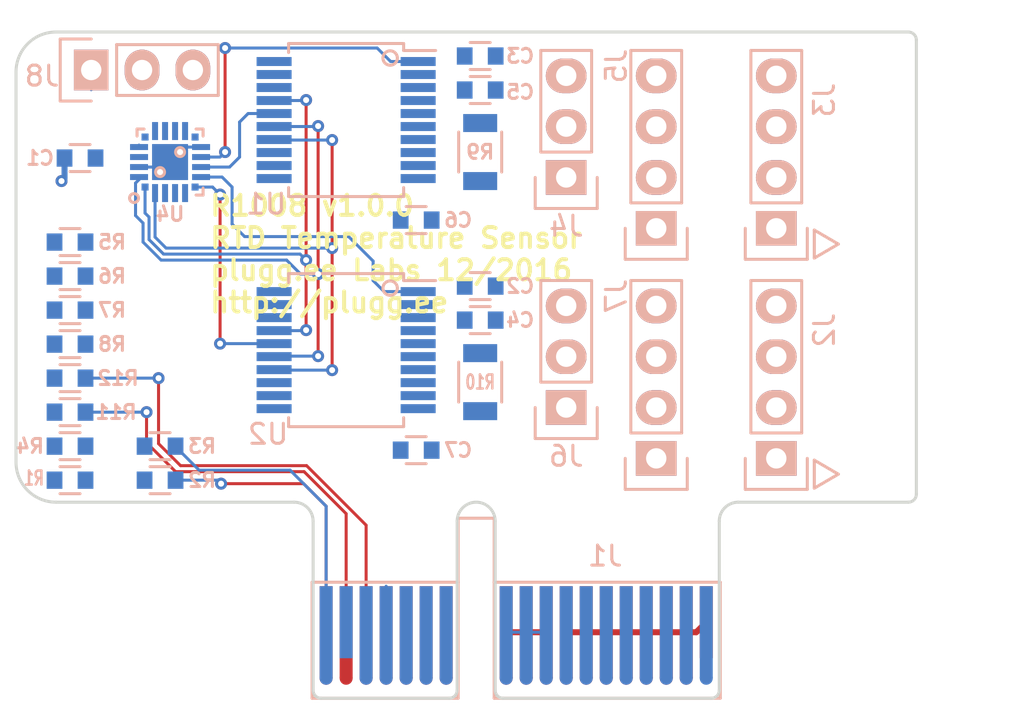
<source format=kicad_pcb>
(kicad_pcb (version 4) (host pcbnew 4.0.3+e1-6302~38~ubuntu14.04.1-stable)

  (general
    (links 152)
    (no_connects 89)
    (area 124.924999 69.924999 170.075001 103.375001)
    (thickness 1.6)
    (drawings 23)
    (tracks 162)
    (zones 0)
    (modules 30)
    (nets 41)
  )

  (page A4)
  (layers
    (0 F.Cu signal)
    (31 B.Cu signal)
    (32 B.Adhes user)
    (33 F.Adhes user)
    (34 B.Paste user)
    (35 F.Paste user)
    (36 B.SilkS user)
    (37 F.SilkS user hide)
    (38 B.Mask user hide)
    (39 F.Mask user hide)
    (40 Dwgs.User user)
    (41 Cmts.User user)
    (42 Eco1.User user)
    (43 Eco2.User user)
    (44 Edge.Cuts user)
    (45 Margin user)
    (46 B.CrtYd user)
    (47 F.CrtYd user)
    (48 B.Fab user)
    (49 F.Fab user)
  )

  (setup
    (last_trace_width 0.15)
    (user_trace_width 0.2)
    (user_trace_width 0.3)
    (trace_clearance 0.15)
    (zone_clearance 0.22)
    (zone_45_only yes)
    (trace_min 0.15)
    (segment_width 0.2)
    (edge_width 0.15)
    (via_size 0.6)
    (via_drill 0.3)
    (via_min_size 0.6)
    (via_min_drill 0.3)
    (uvia_size 0.3)
    (uvia_drill 0.1)
    (uvias_allowed no)
    (uvia_min_size 0.2)
    (uvia_min_drill 0.1)
    (pcb_text_width 0.3)
    (pcb_text_size 1.5 1.5)
    (mod_edge_width 0.15)
    (mod_text_size 1 1)
    (mod_text_width 0.15)
    (pad_size 1.4 3)
    (pad_drill 1.4)
    (pad_to_mask_clearance 0)
    (aux_axis_origin 0 0)
    (visible_elements FFFEFFFF)
    (pcbplotparams
      (layerselection 0x010fc_80000001)
      (usegerberextensions false)
      (excludeedgelayer true)
      (linewidth 0.100000)
      (plotframeref false)
      (viasonmask false)
      (mode 1)
      (useauxorigin false)
      (hpglpennumber 1)
      (hpglpenspeed 20)
      (hpglpendiameter 15)
      (hpglpenoverlay 2)
      (psnegative false)
      (psa4output false)
      (plotreference true)
      (plotvalue true)
      (plotinvisibletext false)
      (padsonsilk false)
      (subtractmaskfromsilk false)
      (outputformat 1)
      (mirror false)
      (drillshape 0)
      (scaleselection 1)
      (outputdirectory Gerbers/))
  )

  (net 0 "")
  (net 1 C2D)
  (net 2 GND)
  (net 3 +3V3)
  (net 4 ID2)
  (net 5 ID3)
  (net 6 RESERVED0)
  (net 7 ID0)
  (net 8 ID1)
  (net 9 HT)
  (net 10 +5V)
  (net 11 PX3)
  (net 12 PX4)
  (net 13 SCL)
  (net 14 SDA)
  (net 15 ~MRESET)
  (net 16 PX1)
  (net 17 PX2)
  (net 18 /FORCE+_1)
  (net 19 /RTDIN+_1)
  (net 20 /RTDIN-_1)
  (net 21 /FORCE-_1)
  (net 22 /FORCE2_1)
  (net 23 /FORCE+_2)
  (net 24 /RTDIN+_2)
  (net 25 /RTDIN-_2)
  (net 26 /FORCE-_2)
  (net 27 /FORCE2_2)
  (net 28 /C2D_CON)
  (net 29 SCLK)
  (net 30 /~MRESET~_CON)
  (net 31 /R+_1)
  (net 32 /R-_1)
  (net 33 /R+_2)
  (net 34 /R-_2)
  (net 35 /~DRDY~1)
  (net 36 /MOSI)
  (net 37 /~CS~1)
  (net 38 /MISO)
  (net 39 /~DRDY~2)
  (net 40 /~CS~2)

  (net_class Default "This is the default net class."
    (clearance 0.15)
    (trace_width 0.15)
    (via_dia 0.6)
    (via_drill 0.3)
    (uvia_dia 0.3)
    (uvia_drill 0.1)
    (add_net +3V3)
    (add_net +5V)
    (add_net /C2D_CON)
    (add_net /FORCE+_1)
    (add_net /FORCE+_2)
    (add_net /FORCE-_1)
    (add_net /FORCE-_2)
    (add_net /FORCE2_1)
    (add_net /FORCE2_2)
    (add_net /MISO)
    (add_net /MOSI)
    (add_net /R+_1)
    (add_net /R+_2)
    (add_net /R-_1)
    (add_net /R-_2)
    (add_net /RTDIN+_1)
    (add_net /RTDIN+_2)
    (add_net /RTDIN-_1)
    (add_net /RTDIN-_2)
    (add_net /~CS~1)
    (add_net /~CS~2)
    (add_net /~DRDY~1)
    (add_net /~DRDY~2)
    (add_net /~MRESET~_CON)
    (add_net C2D)
    (add_net GND)
    (add_net HT)
    (add_net ID0)
    (add_net ID1)
    (add_net ID2)
    (add_net ID3)
    (add_net PX1)
    (add_net PX2)
    (add_net PX3)
    (add_net PX4)
    (add_net RESERVED0)
    (add_net SCL)
    (add_net SCLK)
    (add_net SDA)
    (add_net ~MRESET)
  )

  (module Main:SOCKET254P-01X03 (layer B.Cu) (tedit 58509A1C) (tstamp 5850A109)
    (at 131.3 71.9)
    (descr "Through hole socket strip")
    (tags "socket strip")
    (path /58532ED2)
    (fp_text reference J8 (at -5 0.3) (layer B.SilkS)
      (effects (font (size 1 1) (thickness 0.15)) (justify mirror))
    )
    (fp_text value CONN_01X03 (at 0 -2) (layer B.Fab) hide
      (effects (font (size 0.127 0.127) (thickness 0.03)) (justify mirror))
    )
    (fp_line (start -4.7 1.75) (end -4.7 -1.75) (layer B.CrtYd) (width 0.05))
    (fp_line (start 4.7 1.75) (end 4.7 -1.75) (layer B.CrtYd) (width 0.05))
    (fp_line (start -4.7 1.75) (end 4.7 1.75) (layer B.CrtYd) (width 0.05))
    (fp_line (start -4.7 -1.75) (end 4.7 -1.75) (layer B.CrtYd) (width 0.05))
    (fp_line (start -1.27 1.27) (end 3.81 1.27) (layer B.SilkS) (width 0.15))
    (fp_line (start -1.27 -1.27) (end 3.81 -1.27) (layer B.SilkS) (width 0.15))
    (fp_line (start -4.09 -1.55) (end -2.54 -1.55) (layer B.SilkS) (width 0.15))
    (fp_line (start 3.81 1.27) (end 3.81 -1.27) (layer B.SilkS) (width 0.15))
    (fp_line (start -1.27 -1.27) (end -1.27 1.27) (layer B.SilkS) (width 0.15))
    (fp_line (start -2.54 1.55) (end -4.09 1.55) (layer B.SilkS) (width 0.15))
    (fp_line (start -4.09 1.55) (end -4.09 -1.55) (layer B.SilkS) (width 0.15))
    (pad 1 thru_hole rect (at -2.54 0) (size 1.7272 2.032) (drill 1.016) (layers *.Cu *.Mask B.SilkS)
      (net 15 ~MRESET))
    (pad 2 thru_hole oval (at 0 0) (size 1.7272 2.032) (drill 1.016) (layers *.Cu *.Mask B.SilkS)
      (net 1 C2D))
    (pad 3 thru_hole oval (at 2.54 0) (size 1.7272 2.032) (drill 1.016) (layers *.Cu *.Mask B.SilkS)
      (net 2 GND))
    (model Socket_Strips.3dshapes/Socket_Strip_Straight_1x03.wrl
      (at (xyz 0 0 0))
      (scale (xyz 1 1 1))
      (rotate (xyz 0 0 0))
    )
  )

  (module Main:PCIEXPRESS-X1 (layer B.Cu) (tedit 575B4175) (tstamp 575B4241)
    (at 150 100 180)
    (path /575CF2BC)
    (fp_text reference J1 (at -4.445 3.81 180) (layer B.SilkS)
      (effects (font (size 1 1) (thickness 0.15)) (justify mirror))
    )
    (fp_text value PCIEXPRESS-X1 (at 6.985 3.81 180) (layer B.Fab) hide
      (effects (font (size 1 1) (thickness 0.15)) (justify mirror))
    )
    (fp_line (start 1.09982 2.49936) (end 1.09982 5.69976) (layer B.SilkS) (width 0.15))
    (fp_line (start 1.09982 5.69976) (end 2.90068 5.69976) (layer B.SilkS) (width 0.15))
    (fp_line (start 2.90068 5.69976) (end 2.90068 2.49936) (layer B.SilkS) (width 0.15))
    (fp_line (start -10.20064 2.49936) (end 1.09982 2.49936) (layer B.SilkS) (width 0.15))
    (fp_line (start 1.09982 2.49936) (end 1.09982 -3.29946) (layer B.SilkS) (width 0.15))
    (fp_line (start 1.09982 -3.29946) (end -10.20064 -3.29946) (layer B.SilkS) (width 0.15))
    (fp_line (start -10.20064 -3.29946) (end -10.20064 2.49936) (layer B.SilkS) (width 0.15))
    (fp_line (start 10.20064 2.49936) (end 2.90068 2.49936) (layer B.SilkS) (width 0.15))
    (fp_line (start 2.90068 -3.29946) (end 10.20064 -3.29946) (layer B.SilkS) (width 0.15))
    (fp_line (start 2.90068 2.49936) (end 2.90068 -3.29946) (layer B.SilkS) (width 0.15))
    (fp_line (start 10.20064 2.49936) (end 10.20064 -3.29946) (layer B.SilkS) (width 0.15))
    (pad B18 connect circle (at 9.4996 -2.30124 180) (size 0.65024 0.65024) (layers B.Cu B.Mask)
      (net 28 /C2D_CON))
    (pad B1 connect rect (at -9.4996 0 180) (size 0.65024 4.59994) (layers B.Cu B.Mask)
      (net 2 GND))
    (pad B2 connect rect (at -8.49884 0 180) (size 0.65024 4.59994) (layers B.Cu B.Mask)
      (net 2 GND))
    (pad B3 connect rect (at -7.50062 0 180) (size 0.65024 4.59994) (layers B.Cu B.Mask)
      (net 2 GND))
    (pad B4 connect rect (at -6.49986 0 180) (size 0.65024 4.59994) (layers B.Cu B.Mask)
      (net 2 GND))
    (pad B5 connect rect (at -5.4991 0 180) (size 0.65024 4.59994) (layers B.Cu B.Mask)
      (net 2 GND))
    (pad B6 connect rect (at -4.50088 0 180) (size 0.65024 4.59994) (layers B.Cu B.Mask)
      (net 2 GND))
    (pad B7 connect rect (at -3.50012 0 180) (size 0.65024 4.59994) (layers B.Cu B.Mask)
      (net 2 GND))
    (pad B8 connect rect (at -2.49936 0 180) (size 0.65024 4.59994) (layers B.Cu B.Mask)
      (net 2 GND))
    (pad B9 connect rect (at -1.50114 0 180) (size 0.65024 4.59994) (layers B.Cu B.Mask)
      (net 3 +3V3))
    (pad B10 connect rect (at -0.50038 0 180) (size 0.65024 4.59994) (layers B.Cu B.Mask)
      (net 3 +3V3))
    (pad B11 connect rect (at 0.50038 0 180) (size 0.65024 4.59994) (layers B.Cu B.Mask)
      (net 3 +3V3))
    (pad B14 connect rect (at 5.4991 0 180) (size 0.65024 4.59994) (layers B.Cu B.Mask)
      (net 4 ID2))
    (pad B15 connect rect (at 6.49986 0 180) (size 0.65024 4.59994) (layers B.Cu B.Mask)
      (net 5 ID3))
    (pad B16 connect rect (at 7.50062 0 180) (size 0.65024 4.59994) (layers B.Cu B.Mask)
      (net 6 RESERVED0))
    (pad B17 connect rect (at 8.49884 0.50038 180) (size 0.65024 3.59918) (layers B.Cu B.Mask)
      (net 29 SCLK))
    (pad B18 connect rect (at 9.4996 0 180) (size 0.65024 4.59994) (layers B.Cu B.Mask)
      (net 28 /C2D_CON))
    (pad B12 connect rect (at 3.50012 0 180) (size 0.65024 4.59994) (layers B.Cu B.Mask)
      (net 7 ID0))
    (pad B13 connect rect (at 4.50088 0 180) (size 0.65024 4.59994) (layers B.Cu B.Mask)
      (net 8 ID1))
    (pad A1 connect rect (at -9.4996 0.50038 180) (size 0.65024 3.59918) (layers F.Cu F.Mask)
      (net 9 HT))
    (pad A2 connect rect (at -8.49884 0 180) (size 0.65024 4.59994) (layers F.Cu F.Mask)
      (net 9 HT))
    (pad A3 connect rect (at -7.50062 0 180) (size 0.65024 4.59994) (layers F.Cu F.Mask)
      (net 9 HT))
    (pad A4 connect rect (at -6.49986 0 180) (size 0.65024 4.59994) (layers F.Cu F.Mask)
      (net 9 HT))
    (pad A5 connect rect (at -5.4991 0 180) (size 0.65024 4.59994) (layers F.Cu F.Mask)
      (net 9 HT))
    (pad A6 connect rect (at -4.50088 0 180) (size 0.65024 4.59994) (layers F.Cu F.Mask)
      (net 9 HT))
    (pad A7 connect rect (at -3.50012 0 180) (size 0.65024 4.59994) (layers F.Cu F.Mask)
      (net 9 HT))
    (pad A8 connect rect (at -2.49936 0 180) (size 0.65024 4.59994) (layers F.Cu F.Mask)
      (net 9 HT))
    (pad A9 connect rect (at -1.50114 0 180) (size 0.65024 4.59994) (layers F.Cu F.Mask)
      (net 10 +5V))
    (pad A10 connect rect (at -0.50038 0 180) (size 0.65024 4.59994) (layers F.Cu F.Mask)
      (net 10 +5V))
    (pad A11 connect rect (at 0.50038 0 180) (size 0.65024 4.59994) (layers F.Cu F.Mask)
      (net 10 +5V))
    (pad A14 connect rect (at 5.4991 0 180) (size 0.65024 4.59994) (layers F.Cu F.Mask)
      (net 11 PX3))
    (pad A15 connect rect (at 6.49986 0 180) (size 0.65024 4.59994) (layers F.Cu F.Mask)
      (net 12 PX4))
    (pad A16 connect rect (at 7.50062 0 180) (size 0.65024 4.59994) (layers F.Cu F.Mask)
      (net 13 SCL))
    (pad A17 connect rect (at 8.49884 0 180) (size 0.65024 4.59994) (layers F.Cu F.Mask)
      (net 14 SDA))
    (pad A18 connect rect (at 9.4996 0 180) (size 0.65024 4.59994) (layers F.Cu F.Mask)
      (net 30 /~MRESET~_CON))
    (pad A12 connect rect (at 3.50012 0 180) (size 0.65024 4.59994) (layers F.Cu F.Mask)
      (net 16 PX1))
    (pad A13 connect rect (at 4.50088 0 180) (size 0.65024 4.59994) (layers F.Cu F.Mask)
      (net 17 PX2))
    (pad B3 connect circle (at -7.50062 -2.30124 180) (size 0.65024 0.65024) (layers B.Cu B.Mask)
      (net 2 GND))
    (pad B4 connect circle (at -6.49986 -2.30124 180) (size 0.65024 0.65024) (layers B.Cu B.Mask)
      (net 2 GND))
    (pad B5 connect circle (at -5.4991 -2.30124 180) (size 0.65024 0.65024) (layers B.Cu B.Mask)
      (net 2 GND))
    (pad B6 connect circle (at -4.50088 -2.30124 180) (size 0.65024 0.65024) (layers B.Cu B.Mask)
      (net 2 GND))
    (pad B7 connect circle (at -3.50012 -2.30124 180) (size 0.65024 0.65024) (layers B.Cu B.Mask)
      (net 2 GND))
    (pad B8 connect circle (at -2.49936 -2.30124 180) (size 0.65024 0.65024) (layers B.Cu B.Mask)
      (net 2 GND))
    (pad B9 connect circle (at -1.50114 -2.30124 180) (size 0.65024 0.65024) (layers B.Cu B.Mask)
      (net 3 +3V3))
    (pad B10 connect circle (at -0.50038 -2.30124 180) (size 0.65024 0.65024) (layers B.Cu B.Mask)
      (net 3 +3V3))
    (pad B11 connect circle (at 0.50038 -2.30124 180) (size 0.65024 0.65024) (layers B.Cu B.Mask)
      (net 3 +3V3))
    (pad B1 connect circle (at -9.4996 -2.30124 180) (size 0.65024 0.65024) (layers B.Cu B.Mask)
      (net 2 GND))
    (pad B12 connect circle (at 3.50012 -2.30124 180) (size 0.65024 0.65024) (layers B.Cu B.Mask)
      (net 7 ID0))
    (pad B13 connect circle (at 4.50088 -2.30124 180) (size 0.65024 0.65024) (layers B.Cu B.Mask)
      (net 8 ID1))
    (pad B14 connect circle (at 5.4991 -2.30124 180) (size 0.65024 0.65024) (layers B.Cu B.Mask)
      (net 4 ID2))
    (pad B15 connect circle (at 6.49986 -2.30124 180) (size 0.65024 0.65024) (layers B.Cu B.Mask)
      (net 5 ID3))
    (pad B16 connect circle (at 7.50062 -2.30124 180) (size 0.65024 0.65024) (layers B.Cu B.Mask)
      (net 6 RESERVED0))
    (pad B2 connect circle (at -8.49884 -2.30124 180) (size 0.65024 0.65024) (layers B.Cu B.Mask)
      (net 2 GND))
    (pad A4 connect oval (at -6.49986 -2.30124 90) (size 0.65024 0.65024) (layers F.Cu F.Mask)
      (net 9 HT))
    (pad A5 connect oval (at -5.4991 -2.30124 90) (size 0.65024 0.65024) (layers F.Cu F.Mask)
      (net 9 HT))
    (pad A6 connect oval (at -4.50088 -2.30124 90) (size 0.65024 0.65024) (layers F.Cu F.Mask)
      (net 9 HT))
    (pad A7 connect oval (at -3.50012 -2.30124 90) (size 0.65024 0.65024) (layers F.Cu F.Mask)
      (net 9 HT))
    (pad A8 connect oval (at -2.49936 -2.30124 90) (size 0.65024 0.65024) (layers F.Cu F.Mask)
      (net 9 HT))
    (pad A9 connect oval (at -1.50114 -2.30124 90) (size 0.65024 0.65024) (layers F.Cu F.Mask)
      (net 10 +5V))
    (pad A10 connect oval (at -0.50038 -2.30124 90) (size 0.65024 0.65024) (layers F.Cu F.Mask)
      (net 10 +5V))
    (pad A14 connect oval (at 5.4991 -2.30124 90) (size 0.65024 0.65024) (layers F.Cu F.Mask)
      (net 11 PX3))
    (pad A15 connect oval (at 6.49986 -2.30124 90) (size 0.65024 0.65024) (layers F.Cu F.Mask)
      (net 12 PX4))
    (pad A3 connect oval (at -7.50062 -2.30124 90) (size 0.65024 0.65024) (layers F.Cu F.Mask)
      (net 9 HT))
    (pad A13 connect oval (at 4.50088 -2.30124 90) (size 0.65024 0.65024) (layers F.Cu F.Mask)
      (net 17 PX2))
    (pad A16 connect oval (at 7.50062 -2.30124 90) (size 0.65024 0.65024) (layers F.Cu F.Mask)
      (net 13 SCL))
    (pad A11 connect oval (at 0.50038 -2.30124 90) (size 0.65024 0.65024) (layers F.Cu F.Mask)
      (net 10 +5V))
    (pad A12 connect oval (at 3.50012 -2.30124 90) (size 0.65024 0.65024) (layers F.Cu F.Mask)
      (net 16 PX1))
    (pad A17 connect oval (at 8.49884 -2.30124 90) (size 0.65024 0.65024) (layers F.Cu F.Mask)
      (net 14 SDA))
    (pad A18 connect oval (at 9.4996 -2.30124 90) (size 0.65024 0.65024) (layers F.Cu F.Mask)
      (net 30 /~MRESET~_CON))
    (pad A2 connect oval (at -8.49884 -2.30124 90) (size 0.65024 0.65024) (layers F.Cu F.Mask)
      (net 9 HT))
  )

  (module Main:SOP65P720X530X186-20 (layer B.Cu) (tedit 585095FE) (tstamp 584F9E7C)
    (at 141.5 85.9 180)
    (descr "20-Lead Plastic Shrink Small Outline (SS)-5.30 mm Body [SSOP] (see Microchip Packaging Specification 00000049BS.pdf)")
    (tags "SSOP 0.65")
    (path /584F9DD0)
    (attr smd)
    (fp_text reference U2 (at 3.9 -4.2 180) (layer B.SilkS)
      (effects (font (size 1 1) (thickness 0.15)) (justify mirror))
    )
    (fp_text value MAX31865AAP+ (at 0 -4.2 180) (layer B.Fab) hide
      (effects (font (size 0.127 0.127) (thickness 0.03)) (justify mirror))
    )
    (fp_circle (center -2.2 3.1) (end -2 2.8) (layer B.SilkS) (width 0.1524))
    (fp_line (start -4.75 4) (end -4.75 -4) (layer B.CrtYd) (width 0.05))
    (fp_line (start 4.75 4) (end 4.75 -4) (layer B.CrtYd) (width 0.05))
    (fp_line (start -4.75 4) (end 4.75 4) (layer B.CrtYd) (width 0.05))
    (fp_line (start -4.75 -4) (end 4.75 -4) (layer B.CrtYd) (width 0.05))
    (fp_line (start -2.875 3.825) (end -2.875 3.475) (layer B.SilkS) (width 0.15))
    (fp_line (start 2.875 3.825) (end 2.875 3.375) (layer B.SilkS) (width 0.15))
    (fp_line (start 2.875 -3.825) (end 2.875 -3.375) (layer B.SilkS) (width 0.15))
    (fp_line (start -2.875 -3.825) (end -2.875 -3.375) (layer B.SilkS) (width 0.15))
    (fp_line (start -2.875 3.825) (end 2.875 3.825) (layer B.SilkS) (width 0.15))
    (fp_line (start -2.875 -3.825) (end 2.875 -3.825) (layer B.SilkS) (width 0.15))
    (fp_line (start -2.875 3.475) (end -4.475 3.475) (layer B.SilkS) (width 0.15))
    (pad 1 smd rect (at -3.6 2.925 180) (size 1.75 0.45) (layers B.Cu B.Paste B.Mask)
      (net 39 /~DRDY~2))
    (pad 2 smd rect (at -3.6 2.275 180) (size 1.75 0.45) (layers B.Cu B.Paste B.Mask)
      (net 3 +3V3))
    (pad 3 smd rect (at -3.6 1.625 180) (size 1.75 0.45) (layers B.Cu B.Paste B.Mask)
      (net 3 +3V3))
    (pad 4 smd rect (at -3.6 0.975 180) (size 1.75 0.45) (layers B.Cu B.Paste B.Mask)
      (net 33 /R+_2))
    (pad 5 smd rect (at -3.6 0.325 180) (size 1.75 0.45) (layers B.Cu B.Paste B.Mask)
      (net 33 /R+_2))
    (pad 6 smd rect (at -3.6 -0.325 180) (size 1.75 0.45) (layers B.Cu B.Paste B.Mask)
      (net 34 /R-_2))
    (pad 7 smd rect (at -3.6 -0.975 180) (size 1.75 0.45) (layers B.Cu B.Paste B.Mask)
      (net 34 /R-_2))
    (pad 8 smd rect (at -3.6 -1.625 180) (size 1.75 0.45) (layers B.Cu B.Paste B.Mask)
      (net 23 /FORCE+_2))
    (pad 9 smd rect (at -3.6 -2.275 180) (size 1.75 0.45) (layers B.Cu B.Paste B.Mask)
      (net 27 /FORCE2_2))
    (pad 10 smd rect (at -3.6 -2.925 180) (size 1.75 0.45) (layers B.Cu B.Paste B.Mask)
      (net 24 /RTDIN+_2))
    (pad 11 smd rect (at 3.6 -2.925 180) (size 1.75 0.45) (layers B.Cu B.Paste B.Mask)
      (net 25 /RTDIN-_2))
    (pad 12 smd rect (at 3.6 -2.275 180) (size 1.75 0.45) (layers B.Cu B.Paste B.Mask)
      (net 26 /FORCE-_2))
    (pad 13 smd rect (at 3.6 -1.625 180) (size 1.75 0.45) (layers B.Cu B.Paste B.Mask)
      (net 2 GND))
    (pad 14 smd rect (at 3.6 -0.975 180) (size 1.75 0.45) (layers B.Cu B.Paste B.Mask)
      (net 36 /MOSI))
    (pad 15 smd rect (at 3.6 -0.325 180) (size 1.75 0.45) (layers B.Cu B.Paste B.Mask)
      (net 29 SCLK))
    (pad 16 smd rect (at 3.6 0.325 180) (size 1.75 0.45) (layers B.Cu B.Paste B.Mask)
      (net 40 /~CS~2))
    (pad 17 smd rect (at 3.6 0.975 180) (size 1.75 0.45) (layers B.Cu B.Paste B.Mask)
      (net 38 /MISO))
    (pad 18 smd rect (at 3.6 1.625 180) (size 1.75 0.45) (layers B.Cu B.Paste B.Mask)
      (net 2 GND))
    (pad 19 smd rect (at 3.6 2.275 180) (size 1.75 0.45) (layers B.Cu B.Paste B.Mask)
      (net 2 GND))
    (pad 20 smd rect (at 3.6 2.925 180) (size 1.75 0.45) (layers B.Cu B.Paste B.Mask))
    (model Housings_SSOP.3dshapes/SSOP-20_5.3x7.2mm_Pitch0.65mm.wrl
      (at (xyz 0 0 0))
      (scale (xyz 1 1 1))
      (rotate (xyz 0 0 0))
    )
  )

  (module Main:SOCKET254P-01X04-1725672 (layer B.Cu) (tedit 584FAC8E) (tstamp 584FBC97)
    (at 163 87.5 90)
    (descr "Through hole socket strip")
    (tags "socket strip")
    (path /584FF48E)
    (fp_text reference J2 (at 2.6 2.4 90) (layer B.SilkS)
      (effects (font (size 1 1) (thickness 0.15)) (justify mirror))
    )
    (fp_text value SOCKET254P-01X04-1725672 (at 0 -2 90) (layer B.Fab) hide
      (effects (font (size 0.127 0.127) (thickness 0.03)) (justify mirror))
    )
    (fp_line (start -5.3 1.9) (end -3.9 1.9) (layer B.SilkS) (width 0.1524))
    (fp_line (start -3.9 1.9) (end -4.6 3.1) (layer B.SilkS) (width 0.1524))
    (fp_line (start -4.6 3.1) (end -5.3 1.9) (layer B.SilkS) (width 0.1524))
    (fp_line (start -5.56 3.5) (end -5.56 -3.5) (layer B.CrtYd) (width 0.05))
    (fp_line (start 5.56 3.5) (end 5.56 -3.5) (layer B.CrtYd) (width 0.05))
    (fp_line (start -5.56 3.5) (end 5.56 3.5) (layer B.CrtYd) (width 0.05))
    (fp_line (start -5.56 -3.5) (end 5.56 -3.5) (layer B.CrtYd) (width 0.05))
    (fp_line (start -2.54 1.27) (end 5.08 1.27) (layer B.SilkS) (width 0.15))
    (fp_line (start -2.54 -1.27) (end 5.08 -1.27) (layer B.SilkS) (width 0.15))
    (fp_line (start -5.36 -1.55) (end -3.81 -1.55) (layer B.SilkS) (width 0.15))
    (fp_line (start 5.08 1.27) (end 5.08 -1.27) (layer B.SilkS) (width 0.15))
    (fp_line (start -2.54 -1.27) (end -2.54 1.27) (layer B.SilkS) (width 0.15))
    (fp_line (start -3.81 1.55) (end -5.36 1.55) (layer B.SilkS) (width 0.15))
    (fp_line (start -5.36 1.55) (end -5.36 -1.55) (layer B.SilkS) (width 0.15))
    (pad 1 thru_hole rect (at -3.81 0 90) (size 1.7272 2.032) (drill 1.016) (layers *.Cu *.Mask B.SilkS)
      (net 23 /FORCE+_2))
    (pad 2 thru_hole oval (at -1.27 0 90) (size 1.7272 2.032) (drill 1.016) (layers *.Cu *.Mask B.SilkS)
      (net 24 /RTDIN+_2))
    (pad 3 thru_hole oval (at 1.27 0 90) (size 1.7272 2.032) (drill 1.016) (layers *.Cu *.Mask B.SilkS)
      (net 25 /RTDIN-_2))
    (pad 4 thru_hole oval (at 3.81 0 90) (size 1.7272 2.032) (drill 1.016) (layers *.Cu *.Mask B.SilkS)
      (net 26 /FORCE-_2))
    (model main.3dshapes/SOCKET254P-01X04-1725672.wrl
      (at (xyz 0 0 0))
      (scale (xyz 1 1 1))
      (rotate (xyz 0 0 0))
    )
  )

  (module Main:SOCKET254P-01X04-1725672 (layer B.Cu) (tedit 584FAC8E) (tstamp 584FBCAC)
    (at 163 76 90)
    (descr "Through hole socket strip")
    (tags "socket strip")
    (path /584FB101)
    (fp_text reference J3 (at 2.6 2.4 90) (layer B.SilkS)
      (effects (font (size 1 1) (thickness 0.15)) (justify mirror))
    )
    (fp_text value SOCKET254P-01X04-1725672 (at 0 -2 90) (layer B.Fab) hide
      (effects (font (size 0.127 0.127) (thickness 0.03)) (justify mirror))
    )
    (fp_line (start -5.3 1.9) (end -3.9 1.9) (layer B.SilkS) (width 0.1524))
    (fp_line (start -3.9 1.9) (end -4.6 3.1) (layer B.SilkS) (width 0.1524))
    (fp_line (start -4.6 3.1) (end -5.3 1.9) (layer B.SilkS) (width 0.1524))
    (fp_line (start -5.56 3.5) (end -5.56 -3.5) (layer B.CrtYd) (width 0.05))
    (fp_line (start 5.56 3.5) (end 5.56 -3.5) (layer B.CrtYd) (width 0.05))
    (fp_line (start -5.56 3.5) (end 5.56 3.5) (layer B.CrtYd) (width 0.05))
    (fp_line (start -5.56 -3.5) (end 5.56 -3.5) (layer B.CrtYd) (width 0.05))
    (fp_line (start -2.54 1.27) (end 5.08 1.27) (layer B.SilkS) (width 0.15))
    (fp_line (start -2.54 -1.27) (end 5.08 -1.27) (layer B.SilkS) (width 0.15))
    (fp_line (start -5.36 -1.55) (end -3.81 -1.55) (layer B.SilkS) (width 0.15))
    (fp_line (start 5.08 1.27) (end 5.08 -1.27) (layer B.SilkS) (width 0.15))
    (fp_line (start -2.54 -1.27) (end -2.54 1.27) (layer B.SilkS) (width 0.15))
    (fp_line (start -3.81 1.55) (end -5.36 1.55) (layer B.SilkS) (width 0.15))
    (fp_line (start -5.36 1.55) (end -5.36 -1.55) (layer B.SilkS) (width 0.15))
    (pad 1 thru_hole rect (at -3.81 0 90) (size 1.7272 2.032) (drill 1.016) (layers *.Cu *.Mask B.SilkS)
      (net 18 /FORCE+_1))
    (pad 2 thru_hole oval (at -1.27 0 90) (size 1.7272 2.032) (drill 1.016) (layers *.Cu *.Mask B.SilkS)
      (net 19 /RTDIN+_1))
    (pad 3 thru_hole oval (at 1.27 0 90) (size 1.7272 2.032) (drill 1.016) (layers *.Cu *.Mask B.SilkS)
      (net 20 /RTDIN-_1))
    (pad 4 thru_hole oval (at 3.81 0 90) (size 1.7272 2.032) (drill 1.016) (layers *.Cu *.Mask B.SilkS)
      (net 21 /FORCE-_1))
    (model main.3dshapes/SOCKET254P-01X04-1725672.wrl
      (at (xyz 0 0 0))
      (scale (xyz 1 1 1))
      (rotate (xyz 0 0 0))
    )
  )

  (module Main:SOCKET254P-01X03 (layer B.Cu) (tedit 585094B6) (tstamp 584FBEA1)
    (at 152.5 74.73 90)
    (descr "Through hole socket strip")
    (tags "socket strip")
    (path /584FB7FA)
    (fp_text reference J4 (at -4.97 0 180) (layer B.SilkS)
      (effects (font (size 1 1) (thickness 0.15)) (justify mirror))
    )
    (fp_text value CONN_01X03 (at 0 -2 90) (layer B.Fab) hide
      (effects (font (size 0.127 0.127) (thickness 0.03)) (justify mirror))
    )
    (fp_line (start -4.7 1.75) (end -4.7 -1.75) (layer B.CrtYd) (width 0.05))
    (fp_line (start 4.7 1.75) (end 4.7 -1.75) (layer B.CrtYd) (width 0.05))
    (fp_line (start -4.7 1.75) (end 4.7 1.75) (layer B.CrtYd) (width 0.05))
    (fp_line (start -4.7 -1.75) (end 4.7 -1.75) (layer B.CrtYd) (width 0.05))
    (fp_line (start -1.27 1.27) (end 3.81 1.27) (layer B.SilkS) (width 0.15))
    (fp_line (start -1.27 -1.27) (end 3.81 -1.27) (layer B.SilkS) (width 0.15))
    (fp_line (start -4.09 -1.55) (end -2.54 -1.55) (layer B.SilkS) (width 0.15))
    (fp_line (start 3.81 1.27) (end 3.81 -1.27) (layer B.SilkS) (width 0.15))
    (fp_line (start -1.27 -1.27) (end -1.27 1.27) (layer B.SilkS) (width 0.15))
    (fp_line (start -2.54 1.55) (end -4.09 1.55) (layer B.SilkS) (width 0.15))
    (fp_line (start -4.09 1.55) (end -4.09 -1.55) (layer B.SilkS) (width 0.15))
    (pad 1 thru_hole rect (at -2.54 0 90) (size 1.7272 2.032) (drill 1.016) (layers *.Cu *.Mask B.SilkS)
      (net 18 /FORCE+_1))
    (pad 2 thru_hole oval (at 0 0 90) (size 1.7272 2.032) (drill 1.016) (layers *.Cu *.Mask B.SilkS)
      (net 22 /FORCE2_1))
    (pad 3 thru_hole oval (at 2.54 0 90) (size 1.7272 2.032) (drill 1.016) (layers *.Cu *.Mask B.SilkS)
      (net 2 GND))
    (model Socket_Strips.3dshapes/Socket_Strip_Straight_1x03.wrl
      (at (xyz 0 0 0))
      (scale (xyz 1 1 1))
      (rotate (xyz 0 0 0))
    )
  )

  (module Main:SOP65P720X530X186-20 (layer B.Cu) (tedit 585094EF) (tstamp 584FBEA2)
    (at 141.5 74.4 180)
    (descr "20-Lead Plastic Shrink Small Outline (SS)-5.30 mm Body [SSOP] (see Microchip Packaging Specification 00000049BS.pdf)")
    (tags "SSOP 0.65")
    (path /584F9D7D)
    (attr smd)
    (fp_text reference U1 (at 4 -4.2 180) (layer B.SilkS)
      (effects (font (size 1 1) (thickness 0.15)) (justify mirror))
    )
    (fp_text value MAX31865AAP+ (at 0 -4.2 180) (layer B.Fab) hide
      (effects (font (size 0.127 0.127) (thickness 0.03)) (justify mirror))
    )
    (fp_circle (center -2.2 3.1) (end -2 2.8) (layer B.SilkS) (width 0.1524))
    (fp_line (start -4.75 4) (end -4.75 -4) (layer B.CrtYd) (width 0.05))
    (fp_line (start 4.75 4) (end 4.75 -4) (layer B.CrtYd) (width 0.05))
    (fp_line (start -4.75 4) (end 4.75 4) (layer B.CrtYd) (width 0.05))
    (fp_line (start -4.75 -4) (end 4.75 -4) (layer B.CrtYd) (width 0.05))
    (fp_line (start -2.875 3.825) (end -2.875 3.475) (layer B.SilkS) (width 0.15))
    (fp_line (start 2.875 3.825) (end 2.875 3.375) (layer B.SilkS) (width 0.15))
    (fp_line (start 2.875 -3.825) (end 2.875 -3.375) (layer B.SilkS) (width 0.15))
    (fp_line (start -2.875 -3.825) (end -2.875 -3.375) (layer B.SilkS) (width 0.15))
    (fp_line (start -2.875 3.825) (end 2.875 3.825) (layer B.SilkS) (width 0.15))
    (fp_line (start -2.875 -3.825) (end 2.875 -3.825) (layer B.SilkS) (width 0.15))
    (fp_line (start -2.875 3.475) (end -4.475 3.475) (layer B.SilkS) (width 0.15))
    (pad 1 smd rect (at -3.6 2.925 180) (size 1.75 0.45) (layers B.Cu B.Paste B.Mask)
      (net 35 /~DRDY~1))
    (pad 2 smd rect (at -3.6 2.275 180) (size 1.75 0.45) (layers B.Cu B.Paste B.Mask)
      (net 3 +3V3))
    (pad 3 smd rect (at -3.6 1.625 180) (size 1.75 0.45) (layers B.Cu B.Paste B.Mask)
      (net 3 +3V3))
    (pad 4 smd rect (at -3.6 0.975 180) (size 1.75 0.45) (layers B.Cu B.Paste B.Mask)
      (net 31 /R+_1))
    (pad 5 smd rect (at -3.6 0.325 180) (size 1.75 0.45) (layers B.Cu B.Paste B.Mask)
      (net 31 /R+_1))
    (pad 6 smd rect (at -3.6 -0.325 180) (size 1.75 0.45) (layers B.Cu B.Paste B.Mask)
      (net 32 /R-_1))
    (pad 7 smd rect (at -3.6 -0.975 180) (size 1.75 0.45) (layers B.Cu B.Paste B.Mask)
      (net 32 /R-_1))
    (pad 8 smd rect (at -3.6 -1.625 180) (size 1.75 0.45) (layers B.Cu B.Paste B.Mask)
      (net 18 /FORCE+_1))
    (pad 9 smd rect (at -3.6 -2.275 180) (size 1.75 0.45) (layers B.Cu B.Paste B.Mask)
      (net 22 /FORCE2_1))
    (pad 10 smd rect (at -3.6 -2.925 180) (size 1.75 0.45) (layers B.Cu B.Paste B.Mask)
      (net 19 /RTDIN+_1))
    (pad 11 smd rect (at 3.6 -2.925 180) (size 1.75 0.45) (layers B.Cu B.Paste B.Mask)
      (net 20 /RTDIN-_1))
    (pad 12 smd rect (at 3.6 -2.275 180) (size 1.75 0.45) (layers B.Cu B.Paste B.Mask)
      (net 21 /FORCE-_1))
    (pad 13 smd rect (at 3.6 -1.625 180) (size 1.75 0.45) (layers B.Cu B.Paste B.Mask)
      (net 2 GND))
    (pad 14 smd rect (at 3.6 -0.975 180) (size 1.75 0.45) (layers B.Cu B.Paste B.Mask)
      (net 36 /MOSI))
    (pad 15 smd rect (at 3.6 -0.325 180) (size 1.75 0.45) (layers B.Cu B.Paste B.Mask)
      (net 29 SCLK))
    (pad 16 smd rect (at 3.6 0.325 180) (size 1.75 0.45) (layers B.Cu B.Paste B.Mask)
      (net 37 /~CS~1))
    (pad 17 smd rect (at 3.6 0.975 180) (size 1.75 0.45) (layers B.Cu B.Paste B.Mask)
      (net 38 /MISO))
    (pad 18 smd rect (at 3.6 1.625 180) (size 1.75 0.45) (layers B.Cu B.Paste B.Mask)
      (net 2 GND))
    (pad 19 smd rect (at 3.6 2.275 180) (size 1.75 0.45) (layers B.Cu B.Paste B.Mask)
      (net 2 GND))
    (pad 20 smd rect (at 3.6 2.925 180) (size 1.75 0.45) (layers B.Cu B.Paste B.Mask))
    (model Housings_SSOP.3dshapes/SSOP-20_5.3x7.2mm_Pitch0.65mm.wrl
      (at (xyz 0 0 0))
      (scale (xyz 1 1 1))
      (rotate (xyz 0 0 0))
    )
  )

  (module Main:QFN50P300X300X75-20NT170X170 (layer B.Cu) (tedit 57786753) (tstamp 584FBEEA)
    (at 132.7 76.5)
    (descr "20-Lead Plastic Quad Flat, No Lead Package (ML) - 4x4x0.9 mm Body [QFN]; (see Microchip Packaging Specification 00000049BS.pdf)")
    (tags "QFN 0.5")
    (path /584FA35B)
    (attr smd)
    (fp_text reference U4 (at 0 2.6) (layer B.SilkS)
      (effects (font (size 0.7 0.7) (thickness 0.15)) (justify mirror))
    )
    (fp_text value EFM8BB10F2G (at 0 -2.3) (layer B.Fab) hide
      (effects (font (size 0.127 0.127) (thickness 0.03175)) (justify mirror))
    )
    (fp_circle (center -1.8 1.8) (end -1.7 1.6) (layer B.SilkS) (width 0.1524))
    (fp_line (start -2.1 2.1) (end -2.1 -2.1) (layer B.CrtYd) (width 0.05))
    (fp_line (start 2.1 2.1) (end 2.1 -2.1) (layer B.CrtYd) (width 0.05))
    (fp_line (start -2.1 2.1) (end 2.1 2.1) (layer B.CrtYd) (width 0.05))
    (fp_line (start -2.1 -2.1) (end 2.1 -2.1) (layer B.CrtYd) (width 0.05))
    (fp_line (start 1.65 1.65) (end 1.65 1.3) (layer B.SilkS) (width 0.15))
    (fp_line (start -1.65 -1.65) (end -1.65 -1.3) (layer B.SilkS) (width 0.15))
    (fp_line (start 1.65 -1.65) (end 1.65 -1.3) (layer B.SilkS) (width 0.15))
    (fp_line (start -1.65 -1.65) (end -1.3 -1.65) (layer B.SilkS) (width 0.15))
    (fp_line (start 1.65 -1.65) (end 1.3 -1.65) (layer B.SilkS) (width 0.15))
    (fp_line (start 1.65 1.65) (end 1.3 1.65) (layer B.SilkS) (width 0.15))
    (pad 1 smd rect (at -1.25 1.25) (size 0.35 0.35) (layers B.Cu B.Paste B.Mask)
      (net 38 /MISO))
    (pad 2 smd rect (at -1.55 0.75) (size 0.9 0.3) (layers B.Cu B.Paste B.Mask)
      (net 29 SCLK))
    (pad 3 smd rect (at -1.55 0.25) (size 0.9 0.3) (layers B.Cu B.Paste B.Mask)
      (net 2 GND))
    (pad 4 smd rect (at -1.55 -0.25) (size 0.9 0.3) (layers B.Cu B.Paste B.Mask)
      (net 3 +3V3))
    (pad 5 smd rect (at -1.55 -0.75) (size 0.9 0.3) (layers B.Cu B.Paste B.Mask)
      (net 15 ~MRESET))
    (pad 6 smd rect (at -1.25 -1.25) (size 0.35 0.35) (layers B.Cu B.Paste B.Mask)
      (net 1 C2D))
    (pad 7 smd rect (at -0.75 -1.55) (size 0.3 0.9) (layers B.Cu B.Paste B.Mask)
      (net 5 ID3))
    (pad 8 smd rect (at -0.25 -1.55) (size 0.3 0.9) (layers B.Cu B.Paste B.Mask)
      (net 4 ID2))
    (pad 9 smd rect (at 0.25 -1.55) (size 0.3 0.9) (layers B.Cu B.Paste B.Mask)
      (net 8 ID1))
    (pad 10 smd rect (at 0.75 -1.55) (size 0.3 0.9) (layers B.Cu B.Paste B.Mask)
      (net 7 ID0))
    (pad 11 smd rect (at 1.25 -1.25) (size 0.35 0.35) (layers B.Cu B.Paste B.Mask))
    (pad 12 smd rect (at 1.55 -0.75) (size 0.9 0.3) (layers B.Cu B.Paste B.Mask)
      (net 2 GND))
    (pad 13 smd rect (at 1.55 -0.25) (size 0.9 0.3) (layers B.Cu B.Paste B.Mask)
      (net 35 /~DRDY~1))
    (pad 14 smd rect (at 1.55 0.25) (size 0.9 0.3) (layers B.Cu B.Paste B.Mask)
      (net 37 /~CS~1))
    (pad 15 smd rect (at 1.55 0.75) (size 0.9 0.3) (layers B.Cu B.Paste B.Mask)
      (net 39 /~DRDY~2))
    (pad 16 smd rect (at 1.25 1.25) (size 0.35 0.35) (layers B.Cu B.Paste B.Mask)
      (net 40 /~CS~2))
    (pad 17 smd rect (at 0.75 1.55) (size 0.3 0.9) (layers B.Cu B.Paste B.Mask))
    (pad 18 smd rect (at 0.25 1.55) (size 0.3 0.9) (layers B.Cu B.Paste B.Mask)
      (net 14 SDA))
    (pad 19 smd rect (at -0.25 1.55) (size 0.3 0.9) (layers B.Cu B.Paste B.Mask)
      (net 13 SCL))
    (pad 20 smd rect (at -0.75 1.55) (size 0.3 0.9) (layers B.Cu B.Paste B.Mask)
      (net 36 /MOSI))
    (pad 21 smd rect (at 0 0) (size 1.8 1.8) (layers B.Cu B.Paste B.Mask)
      (net 2 GND) (solder_paste_margin_ratio -0.2))
    (pad 21 thru_hole circle (at -0.5 0.5) (size 0.6 0.6) (drill 0.3) (layers *.Cu B.SilkS B.Mask)
      (net 2 GND))
    (pad 21 thru_hole circle (at 0.5 -0.5) (size 0.6 0.6) (drill 0.3) (layers *.Cu B.SilkS B.Mask)
      (net 2 GND))
    (model main.3dshapes/QFN50P300X300X75-20NT170X170.wrl
      (at (xyz 0 0 0))
      (scale (xyz 0.3937 0.3937 0.3937))
      (rotate (xyz 0 0 90))
    )
  )

  (module Main:SOCKET254P-01X04 (layer B.Cu) (tedit 584FB811) (tstamp 584FC2AB)
    (at 157 76 90)
    (descr "Through hole socket strip")
    (tags "socket strip")
    (path /584FED99)
    (fp_text reference J5 (at 4.3 -2 90) (layer B.SilkS)
      (effects (font (size 1 1) (thickness 0.15)) (justify mirror))
    )
    (fp_text value CONN_01X04 (at 0 -2 90) (layer B.Fab) hide
      (effects (font (size 0.127 0.127) (thickness 0.03)) (justify mirror))
    )
    (fp_line (start -5.56 1.75) (end -5.56 -1.75) (layer B.CrtYd) (width 0.05))
    (fp_line (start 5.56 1.75) (end 5.56 -1.75) (layer B.CrtYd) (width 0.05))
    (fp_line (start -5.56 1.75) (end 5.56 1.75) (layer B.CrtYd) (width 0.05))
    (fp_line (start -5.56 -1.75) (end 5.56 -1.75) (layer B.CrtYd) (width 0.05))
    (fp_line (start -2.54 1.27) (end 5.08 1.27) (layer B.SilkS) (width 0.15))
    (fp_line (start -2.54 -1.27) (end 5.08 -1.27) (layer B.SilkS) (width 0.15))
    (fp_line (start -5.36 -1.55) (end -3.81 -1.55) (layer B.SilkS) (width 0.15))
    (fp_line (start 5.08 1.27) (end 5.08 -1.27) (layer B.SilkS) (width 0.15))
    (fp_line (start -2.54 -1.27) (end -2.54 1.27) (layer B.SilkS) (width 0.15))
    (fp_line (start -3.81 1.55) (end -5.36 1.55) (layer B.SilkS) (width 0.15))
    (fp_line (start -5.36 1.55) (end -5.36 -1.55) (layer B.SilkS) (width 0.15))
    (pad 1 thru_hole rect (at -3.81 0 90) (size 1.7272 2.032) (drill 1.016) (layers *.Cu *.Mask B.SilkS)
      (net 18 /FORCE+_1))
    (pad 2 thru_hole oval (at -1.27 0 90) (size 1.7272 2.032) (drill 1.016) (layers *.Cu *.Mask B.SilkS)
      (net 19 /RTDIN+_1))
    (pad 3 thru_hole oval (at 1.27 0 90) (size 1.7272 2.032) (drill 1.016) (layers *.Cu *.Mask B.SilkS)
      (net 20 /RTDIN-_1))
    (pad 4 thru_hole oval (at 3.81 0 90) (size 1.7272 2.032) (drill 1.016) (layers *.Cu *.Mask B.SilkS)
      (net 21 /FORCE-_1))
    (model Socket_Strips.3dshapes/Socket_Strip_Straight_1x04.wrl
      (at (xyz 0 0 0))
      (scale (xyz 1 1 1))
      (rotate (xyz 0 0 180))
    )
  )

  (module Main:SOCKET254P-01X03 (layer B.Cu) (tedit 585094C3) (tstamp 584FC371)
    (at 152.5 86.23 90)
    (descr "Through hole socket strip")
    (tags "socket strip")
    (path /584FF497)
    (fp_text reference J6 (at -4.97 0 180) (layer B.SilkS)
      (effects (font (size 1 1) (thickness 0.15)) (justify mirror))
    )
    (fp_text value CONN_01X03 (at 0 -2 90) (layer B.Fab) hide
      (effects (font (size 0.127 0.127) (thickness 0.03)) (justify mirror))
    )
    (fp_line (start -4.7 1.75) (end -4.7 -1.75) (layer B.CrtYd) (width 0.05))
    (fp_line (start 4.7 1.75) (end 4.7 -1.75) (layer B.CrtYd) (width 0.05))
    (fp_line (start -4.7 1.75) (end 4.7 1.75) (layer B.CrtYd) (width 0.05))
    (fp_line (start -4.7 -1.75) (end 4.7 -1.75) (layer B.CrtYd) (width 0.05))
    (fp_line (start -1.27 1.27) (end 3.81 1.27) (layer B.SilkS) (width 0.15))
    (fp_line (start -1.27 -1.27) (end 3.81 -1.27) (layer B.SilkS) (width 0.15))
    (fp_line (start -4.09 -1.55) (end -2.54 -1.55) (layer B.SilkS) (width 0.15))
    (fp_line (start 3.81 1.27) (end 3.81 -1.27) (layer B.SilkS) (width 0.15))
    (fp_line (start -1.27 -1.27) (end -1.27 1.27) (layer B.SilkS) (width 0.15))
    (fp_line (start -2.54 1.55) (end -4.09 1.55) (layer B.SilkS) (width 0.15))
    (fp_line (start -4.09 1.55) (end -4.09 -1.55) (layer B.SilkS) (width 0.15))
    (pad 1 thru_hole rect (at -2.54 0 90) (size 1.7272 2.032) (drill 1.016) (layers *.Cu *.Mask B.SilkS)
      (net 23 /FORCE+_2))
    (pad 2 thru_hole oval (at 0 0 90) (size 1.7272 2.032) (drill 1.016) (layers *.Cu *.Mask B.SilkS)
      (net 27 /FORCE2_2))
    (pad 3 thru_hole oval (at 2.54 0 90) (size 1.7272 2.032) (drill 1.016) (layers *.Cu *.Mask B.SilkS)
      (net 2 GND))
    (model Socket_Strips.3dshapes/Socket_Strip_Straight_1x03.wrl
      (at (xyz 0 0 0))
      (scale (xyz 1 1 1))
      (rotate (xyz 0 0 0))
    )
  )

  (module Main:SOCKET254P-01X04 (layer B.Cu) (tedit 584FB80B) (tstamp 584FC384)
    (at 157 87.5 90)
    (descr "Through hole socket strip")
    (tags "socket strip")
    (path /584FF4BD)
    (fp_text reference J7 (at 4.3 -2 90) (layer B.SilkS)
      (effects (font (size 1 1) (thickness 0.15)) (justify mirror))
    )
    (fp_text value CONN_01X04 (at 0 -2 90) (layer B.Fab) hide
      (effects (font (size 0.127 0.127) (thickness 0.03)) (justify mirror))
    )
    (fp_line (start -5.56 1.75) (end -5.56 -1.75) (layer B.CrtYd) (width 0.05))
    (fp_line (start 5.56 1.75) (end 5.56 -1.75) (layer B.CrtYd) (width 0.05))
    (fp_line (start -5.56 1.75) (end 5.56 1.75) (layer B.CrtYd) (width 0.05))
    (fp_line (start -5.56 -1.75) (end 5.56 -1.75) (layer B.CrtYd) (width 0.05))
    (fp_line (start -2.54 1.27) (end 5.08 1.27) (layer B.SilkS) (width 0.15))
    (fp_line (start -2.54 -1.27) (end 5.08 -1.27) (layer B.SilkS) (width 0.15))
    (fp_line (start -5.36 -1.55) (end -3.81 -1.55) (layer B.SilkS) (width 0.15))
    (fp_line (start 5.08 1.27) (end 5.08 -1.27) (layer B.SilkS) (width 0.15))
    (fp_line (start -2.54 -1.27) (end -2.54 1.27) (layer B.SilkS) (width 0.15))
    (fp_line (start -3.81 1.55) (end -5.36 1.55) (layer B.SilkS) (width 0.15))
    (fp_line (start -5.36 1.55) (end -5.36 -1.55) (layer B.SilkS) (width 0.15))
    (pad 1 thru_hole rect (at -3.81 0 90) (size 1.7272 2.032) (drill 1.016) (layers *.Cu *.Mask B.SilkS)
      (net 23 /FORCE+_2))
    (pad 2 thru_hole oval (at -1.27 0 90) (size 1.7272 2.032) (drill 1.016) (layers *.Cu *.Mask B.SilkS)
      (net 24 /RTDIN+_2))
    (pad 3 thru_hole oval (at 1.27 0 90) (size 1.7272 2.032) (drill 1.016) (layers *.Cu *.Mask B.SilkS)
      (net 25 /RTDIN-_2))
    (pad 4 thru_hole oval (at 3.81 0 90) (size 1.7272 2.032) (drill 1.016) (layers *.Cu *.Mask B.SilkS)
      (net 26 /FORCE-_2))
    (model Socket_Strips.3dshapes/Socket_Strip_Straight_1x04.wrl
      (at (xyz 0 0 0))
      (scale (xyz 1 1 1))
      (rotate (xyz 0 0 180))
    )
  )

  (module Main:CAPC0603 (layer B.Cu) (tedit 58509A25) (tstamp 58509460)
    (at 128.2 76.3 180)
    (descr "Resistor SMD 0603, reflow soldering, Vishay (see dcrcw.pdf)")
    (tags "resistor 0603")
    (path /58515D9E)
    (attr smd)
    (fp_text reference C1 (at 2 0 180) (layer B.SilkS)
      (effects (font (size 0.7 0.7) (thickness 0.15)) (justify mirror))
    )
    (fp_text value C0603 (at 0 -0.508 180) (layer B.Fab)
      (effects (font (size 0.127 0.127) (thickness 0.03)) (justify mirror))
    )
    (fp_line (start -1.3 0.8) (end 1.3 0.8) (layer B.CrtYd) (width 0.05))
    (fp_line (start -1.3 -0.8) (end 1.3 -0.8) (layer B.CrtYd) (width 0.05))
    (fp_line (start -1.3 0.8) (end -1.3 -0.8) (layer B.CrtYd) (width 0.05))
    (fp_line (start 1.3 0.8) (end 1.3 -0.8) (layer B.CrtYd) (width 0.05))
    (fp_line (start 0.5 -0.675) (end -0.5 -0.675) (layer B.SilkS) (width 0.15))
    (fp_line (start -0.5 0.675) (end 0.5 0.675) (layer B.SilkS) (width 0.15))
    (pad 1 smd rect (at -0.7745 0 180) (size 0.787 0.864) (layers B.Cu B.Paste B.Mask)
      (net 3 +3V3))
    (pad 2 smd rect (at 0.7745 0 180) (size 0.787 0.864) (layers B.Cu B.Paste B.Mask)
      (net 2 GND))
    (model main.3dshapes/CAPC0603.wrl
      (at (xyz 0 0 0))
      (scale (xyz 1 1 1))
      (rotate (xyz 0 0 0))
    )
  )

  (module Main:CAPC0603 (layer B.Cu) (tedit 5850955E) (tstamp 5850946C)
    (at 148.2 82.7)
    (descr "Resistor SMD 0603, reflow soldering, Vishay (see dcrcw.pdf)")
    (tags "resistor 0603")
    (path /585108D2)
    (attr smd)
    (fp_text reference C2 (at 2 0) (layer B.SilkS)
      (effects (font (size 0.7 0.7) (thickness 0.15)) (justify mirror))
    )
    (fp_text value C0603 (at 0 -0.508) (layer B.Fab)
      (effects (font (size 0.127 0.127) (thickness 0.03)) (justify mirror))
    )
    (fp_line (start -1.3 0.8) (end 1.3 0.8) (layer B.CrtYd) (width 0.05))
    (fp_line (start -1.3 -0.8) (end 1.3 -0.8) (layer B.CrtYd) (width 0.05))
    (fp_line (start -1.3 0.8) (end -1.3 -0.8) (layer B.CrtYd) (width 0.05))
    (fp_line (start 1.3 0.8) (end 1.3 -0.8) (layer B.CrtYd) (width 0.05))
    (fp_line (start 0.5 -0.675) (end -0.5 -0.675) (layer B.SilkS) (width 0.15))
    (fp_line (start -0.5 0.675) (end 0.5 0.675) (layer B.SilkS) (width 0.15))
    (pad 1 smd rect (at -0.7745 0) (size 0.787 0.864) (layers B.Cu B.Paste B.Mask)
      (net 3 +3V3))
    (pad 2 smd rect (at 0.7745 0) (size 0.787 0.864) (layers B.Cu B.Paste B.Mask)
      (net 2 GND))
    (model main.3dshapes/CAPC0603.wrl
      (at (xyz 0 0 0))
      (scale (xyz 1 1 1))
      (rotate (xyz 0 0 0))
    )
  )

  (module Main:CAPC0603 (layer B.Cu) (tedit 585094A8) (tstamp 58509478)
    (at 148.2 71.2)
    (descr "Resistor SMD 0603, reflow soldering, Vishay (see dcrcw.pdf)")
    (tags "resistor 0603")
    (path /5850C832)
    (attr smd)
    (fp_text reference C3 (at 2 0 180) (layer B.SilkS)
      (effects (font (size 0.7 0.7) (thickness 0.15)) (justify mirror))
    )
    (fp_text value C0603 (at 0 -0.508) (layer B.Fab)
      (effects (font (size 0.127 0.127) (thickness 0.03)) (justify mirror))
    )
    (fp_line (start -1.3 0.8) (end 1.3 0.8) (layer B.CrtYd) (width 0.05))
    (fp_line (start -1.3 -0.8) (end 1.3 -0.8) (layer B.CrtYd) (width 0.05))
    (fp_line (start -1.3 0.8) (end -1.3 -0.8) (layer B.CrtYd) (width 0.05))
    (fp_line (start 1.3 0.8) (end 1.3 -0.8) (layer B.CrtYd) (width 0.05))
    (fp_line (start 0.5 -0.675) (end -0.5 -0.675) (layer B.SilkS) (width 0.15))
    (fp_line (start -0.5 0.675) (end 0.5 0.675) (layer B.SilkS) (width 0.15))
    (pad 1 smd rect (at -0.7745 0) (size 0.787 0.864) (layers B.Cu B.Paste B.Mask)
      (net 3 +3V3))
    (pad 2 smd rect (at 0.7745 0) (size 0.787 0.864) (layers B.Cu B.Paste B.Mask)
      (net 2 GND))
    (model main.3dshapes/CAPC0603.wrl
      (at (xyz 0 0 0))
      (scale (xyz 1 1 1))
      (rotate (xyz 0 0 0))
    )
  )

  (module Main:CAPC0603 (layer B.Cu) (tedit 58509576) (tstamp 58509484)
    (at 148.2 84.4)
    (descr "Resistor SMD 0603, reflow soldering, Vishay (see dcrcw.pdf)")
    (tags "resistor 0603")
    (path /585108C7)
    (attr smd)
    (fp_text reference C4 (at 2 0) (layer B.SilkS)
      (effects (font (size 0.7 0.7) (thickness 0.15)) (justify mirror))
    )
    (fp_text value C0603 (at 0 -0.508) (layer B.Fab)
      (effects (font (size 0.127 0.127) (thickness 0.03)) (justify mirror))
    )
    (fp_line (start -1.3 0.8) (end 1.3 0.8) (layer B.CrtYd) (width 0.05))
    (fp_line (start -1.3 -0.8) (end 1.3 -0.8) (layer B.CrtYd) (width 0.05))
    (fp_line (start -1.3 0.8) (end -1.3 -0.8) (layer B.CrtYd) (width 0.05))
    (fp_line (start 1.3 0.8) (end 1.3 -0.8) (layer B.CrtYd) (width 0.05))
    (fp_line (start 0.5 -0.675) (end -0.5 -0.675) (layer B.SilkS) (width 0.15))
    (fp_line (start -0.5 0.675) (end 0.5 0.675) (layer B.SilkS) (width 0.15))
    (pad 1 smd rect (at -0.7745 0) (size 0.787 0.864) (layers B.Cu B.Paste B.Mask)
      (net 3 +3V3))
    (pad 2 smd rect (at 0.7745 0) (size 0.787 0.864) (layers B.Cu B.Paste B.Mask)
      (net 2 GND))
    (model main.3dshapes/CAPC0603.wrl
      (at (xyz 0 0 0))
      (scale (xyz 1 1 1))
      (rotate (xyz 0 0 0))
    )
  )

  (module Main:CAPC0603 (layer B.Cu) (tedit 5850949E) (tstamp 58509490)
    (at 148.2 72.9)
    (descr "Resistor SMD 0603, reflow soldering, Vishay (see dcrcw.pdf)")
    (tags "resistor 0603")
    (path /5850C542)
    (attr smd)
    (fp_text reference C5 (at 2 0.1) (layer B.SilkS)
      (effects (font (size 0.7 0.7) (thickness 0.15)) (justify mirror))
    )
    (fp_text value C0603 (at 0 -0.508) (layer B.Fab)
      (effects (font (size 0.127 0.127) (thickness 0.03)) (justify mirror))
    )
    (fp_line (start -1.3 0.8) (end 1.3 0.8) (layer B.CrtYd) (width 0.05))
    (fp_line (start -1.3 -0.8) (end 1.3 -0.8) (layer B.CrtYd) (width 0.05))
    (fp_line (start -1.3 0.8) (end -1.3 -0.8) (layer B.CrtYd) (width 0.05))
    (fp_line (start 1.3 0.8) (end 1.3 -0.8) (layer B.CrtYd) (width 0.05))
    (fp_line (start 0.5 -0.675) (end -0.5 -0.675) (layer B.SilkS) (width 0.15))
    (fp_line (start -0.5 0.675) (end 0.5 0.675) (layer B.SilkS) (width 0.15))
    (pad 1 smd rect (at -0.7745 0) (size 0.787 0.864) (layers B.Cu B.Paste B.Mask)
      (net 3 +3V3))
    (pad 2 smd rect (at 0.7745 0) (size 0.787 0.864) (layers B.Cu B.Paste B.Mask)
      (net 2 GND))
    (model main.3dshapes/CAPC0603.wrl
      (at (xyz 0 0 0))
      (scale (xyz 1 1 1))
      (rotate (xyz 0 0 0))
    )
  )

  (module Main:CAPC0603 (layer B.Cu) (tedit 5850963F) (tstamp 5850949C)
    (at 145 79.4 180)
    (descr "Resistor SMD 0603, reflow soldering, Vishay (see dcrcw.pdf)")
    (tags "resistor 0603")
    (path /58504055)
    (attr smd)
    (fp_text reference C6 (at -2.1 0 180) (layer B.SilkS)
      (effects (font (size 0.7 0.7) (thickness 0.15)) (justify mirror))
    )
    (fp_text value C0603 (at 0 -0.508 180) (layer B.Fab)
      (effects (font (size 0.127 0.127) (thickness 0.03)) (justify mirror))
    )
    (fp_line (start -1.3 0.8) (end 1.3 0.8) (layer B.CrtYd) (width 0.05))
    (fp_line (start -1.3 -0.8) (end 1.3 -0.8) (layer B.CrtYd) (width 0.05))
    (fp_line (start -1.3 0.8) (end -1.3 -0.8) (layer B.CrtYd) (width 0.05))
    (fp_line (start 1.3 0.8) (end 1.3 -0.8) (layer B.CrtYd) (width 0.05))
    (fp_line (start 0.5 -0.675) (end -0.5 -0.675) (layer B.SilkS) (width 0.15))
    (fp_line (start -0.5 0.675) (end 0.5 0.675) (layer B.SilkS) (width 0.15))
    (pad 1 smd rect (at -0.7745 0 180) (size 0.787 0.864) (layers B.Cu B.Paste B.Mask)
      (net 19 /RTDIN+_1))
    (pad 2 smd rect (at 0.7745 0 180) (size 0.787 0.864) (layers B.Cu B.Paste B.Mask)
      (net 20 /RTDIN-_1))
    (model main.3dshapes/CAPC0603.wrl
      (at (xyz 0 0 0))
      (scale (xyz 1 1 1))
      (rotate (xyz 0 0 0))
    )
  )

  (module Main:CAPC0603 (layer B.Cu) (tedit 5850966C) (tstamp 585094A8)
    (at 145 90.9 180)
    (descr "Resistor SMD 0603, reflow soldering, Vishay (see dcrcw.pdf)")
    (tags "resistor 0603")
    (path /585048C0)
    (attr smd)
    (fp_text reference C7 (at -2.1 0 180) (layer B.SilkS)
      (effects (font (size 0.7 0.7) (thickness 0.15)) (justify mirror))
    )
    (fp_text value C0603 (at 0 -0.508 180) (layer B.Fab)
      (effects (font (size 0.127 0.127) (thickness 0.03)) (justify mirror))
    )
    (fp_line (start -1.3 0.8) (end 1.3 0.8) (layer B.CrtYd) (width 0.05))
    (fp_line (start -1.3 -0.8) (end 1.3 -0.8) (layer B.CrtYd) (width 0.05))
    (fp_line (start -1.3 0.8) (end -1.3 -0.8) (layer B.CrtYd) (width 0.05))
    (fp_line (start 1.3 0.8) (end 1.3 -0.8) (layer B.CrtYd) (width 0.05))
    (fp_line (start 0.5 -0.675) (end -0.5 -0.675) (layer B.SilkS) (width 0.15))
    (fp_line (start -0.5 0.675) (end 0.5 0.675) (layer B.SilkS) (width 0.15))
    (pad 1 smd rect (at -0.7745 0 180) (size 0.787 0.864) (layers B.Cu B.Paste B.Mask)
      (net 24 /RTDIN+_2))
    (pad 2 smd rect (at 0.7745 0 180) (size 0.787 0.864) (layers B.Cu B.Paste B.Mask)
      (net 25 /RTDIN-_2))
    (model main.3dshapes/CAPC0603.wrl
      (at (xyz 0 0 0))
      (scale (xyz 1 1 1))
      (rotate (xyz 0 0 0))
    )
  )

  (module Main:RESC0603 (layer B.Cu) (tedit 58509B30) (tstamp 585094B4)
    (at 127.7 92.4 180)
    (descr "Resistor SMD 0603, reflow soldering, Vishay (see dcrcw.pdf)")
    (tags "resistor 0603")
    (path /5851AD20)
    (attr smd)
    (fp_text reference R1 (at 1.8 0.1 180) (layer B.SilkS)
      (effects (font (size 0.7 0.5) (thickness 0.125)) (justify mirror))
    )
    (fp_text value R0603 (at 0 -0.508 180) (layer B.Fab)
      (effects (font (size 0.127 0.127) (thickness 0.03)) (justify mirror))
    )
    (fp_line (start -1.3 0.8) (end 1.3 0.8) (layer B.CrtYd) (width 0.05))
    (fp_line (start -1.3 -0.8) (end 1.3 -0.8) (layer B.CrtYd) (width 0.05))
    (fp_line (start -1.3 0.8) (end -1.3 -0.8) (layer B.CrtYd) (width 0.05))
    (fp_line (start 1.3 0.8) (end 1.3 -0.8) (layer B.CrtYd) (width 0.05))
    (fp_line (start 0.5 -0.675) (end -0.5 -0.675) (layer B.SilkS) (width 0.15))
    (fp_line (start -0.5 0.675) (end 0.5 0.675) (layer B.SilkS) (width 0.15))
    (pad 1 smd rect (at -0.7745 0 180) (size 0.787 0.864) (layers B.Cu B.Paste B.Mask)
      (net 15 ~MRESET))
    (pad 2 smd rect (at 0.7745 0 180) (size 0.787 0.864) (layers B.Cu B.Paste B.Mask)
      (net 3 +3V3))
    (model main.3dshapes/RESC0603.wrl
      (at (xyz 0 0 0))
      (scale (xyz 1 1 1))
      (rotate (xyz 0 0 0))
    )
  )

  (module Main:RESC0603 (layer B.Cu) (tedit 585098DC) (tstamp 585094C0)
    (at 132.2 92.4 180)
    (descr "Resistor SMD 0603, reflow soldering, Vishay (see dcrcw.pdf)")
    (tags "resistor 0603")
    (path /5851954D)
    (attr smd)
    (fp_text reference R2 (at -2.1 0 180) (layer B.SilkS)
      (effects (font (size 0.7 0.7) (thickness 0.15)) (justify mirror))
    )
    (fp_text value R0603 (at 0 -0.508 180) (layer B.Fab)
      (effects (font (size 0.127 0.127) (thickness 0.03)) (justify mirror))
    )
    (fp_line (start -1.3 0.8) (end 1.3 0.8) (layer B.CrtYd) (width 0.05))
    (fp_line (start -1.3 -0.8) (end 1.3 -0.8) (layer B.CrtYd) (width 0.05))
    (fp_line (start -1.3 0.8) (end -1.3 -0.8) (layer B.CrtYd) (width 0.05))
    (fp_line (start 1.3 0.8) (end 1.3 -0.8) (layer B.CrtYd) (width 0.05))
    (fp_line (start 0.5 -0.675) (end -0.5 -0.675) (layer B.SilkS) (width 0.15))
    (fp_line (start -0.5 0.675) (end 0.5 0.675) (layer B.SilkS) (width 0.15))
    (pad 1 smd rect (at -0.7745 0 180) (size 0.787 0.864) (layers B.Cu B.Paste B.Mask)
      (net 30 /~MRESET~_CON))
    (pad 2 smd rect (at 0.7745 0 180) (size 0.787 0.864) (layers B.Cu B.Paste B.Mask)
      (net 15 ~MRESET))
    (model main.3dshapes/RESC0603.wrl
      (at (xyz 0 0 0))
      (scale (xyz 1 1 1))
      (rotate (xyz 0 0 0))
    )
  )

  (module Main:RESC0603 (layer B.Cu) (tedit 58509B00) (tstamp 585094CC)
    (at 132.2 90.7)
    (descr "Resistor SMD 0603, reflow soldering, Vishay (see dcrcw.pdf)")
    (tags "resistor 0603")
    (path /58519B69)
    (attr smd)
    (fp_text reference R3 (at 2.1 0) (layer B.SilkS)
      (effects (font (size 0.7 0.7) (thickness 0.15)) (justify mirror))
    )
    (fp_text value R0603 (at 0 -0.508) (layer B.Fab)
      (effects (font (size 0.127 0.127) (thickness 0.03)) (justify mirror))
    )
    (fp_line (start -1.3 0.8) (end 1.3 0.8) (layer B.CrtYd) (width 0.05))
    (fp_line (start -1.3 -0.8) (end 1.3 -0.8) (layer B.CrtYd) (width 0.05))
    (fp_line (start -1.3 0.8) (end -1.3 -0.8) (layer B.CrtYd) (width 0.05))
    (fp_line (start 1.3 0.8) (end 1.3 -0.8) (layer B.CrtYd) (width 0.05))
    (fp_line (start 0.5 -0.675) (end -0.5 -0.675) (layer B.SilkS) (width 0.15))
    (fp_line (start -0.5 0.675) (end 0.5 0.675) (layer B.SilkS) (width 0.15))
    (pad 1 smd rect (at -0.7745 0) (size 0.787 0.864) (layers B.Cu B.Paste B.Mask)
      (net 1 C2D))
    (pad 2 smd rect (at 0.7745 0) (size 0.787 0.864) (layers B.Cu B.Paste B.Mask)
      (net 28 /C2D_CON))
    (model main.3dshapes/RESC0603.wrl
      (at (xyz 0 0 0))
      (scale (xyz 1 1 1))
      (rotate (xyz 0 0 0))
    )
  )

  (module Main:RESC0603 (layer B.Cu) (tedit 585098F4) (tstamp 585094D8)
    (at 127.7 90.7 180)
    (descr "Resistor SMD 0603, reflow soldering, Vishay (see dcrcw.pdf)")
    (tags "resistor 0603")
    (path /5851A3EF)
    (attr smd)
    (fp_text reference R4 (at 2 0 180) (layer B.SilkS)
      (effects (font (size 0.7 0.7) (thickness 0.15)) (justify mirror))
    )
    (fp_text value R0603 (at 0 -0.508 180) (layer B.Fab)
      (effects (font (size 0.127 0.127) (thickness 0.03)) (justify mirror))
    )
    (fp_line (start -1.3 0.8) (end 1.3 0.8) (layer B.CrtYd) (width 0.05))
    (fp_line (start -1.3 -0.8) (end 1.3 -0.8) (layer B.CrtYd) (width 0.05))
    (fp_line (start -1.3 0.8) (end -1.3 -0.8) (layer B.CrtYd) (width 0.05))
    (fp_line (start 1.3 0.8) (end 1.3 -0.8) (layer B.CrtYd) (width 0.05))
    (fp_line (start 0.5 -0.675) (end -0.5 -0.675) (layer B.SilkS) (width 0.15))
    (fp_line (start -0.5 0.675) (end 0.5 0.675) (layer B.SilkS) (width 0.15))
    (pad 1 smd rect (at -0.7745 0 180) (size 0.787 0.864) (layers B.Cu B.Paste B.Mask)
      (net 1 C2D))
    (pad 2 smd rect (at 0.7745 0 180) (size 0.787 0.864) (layers B.Cu B.Paste B.Mask)
      (net 3 +3V3))
    (model main.3dshapes/RESC0603.wrl
      (at (xyz 0 0 0))
      (scale (xyz 1 1 1))
      (rotate (xyz 0 0 0))
    )
  )

  (module Main:RESC0603 (layer B.Cu) (tedit 58509B38) (tstamp 585094E4)
    (at 127.7 80.5 180)
    (descr "Resistor SMD 0603, reflow soldering, Vishay (see dcrcw.pdf)")
    (tags "resistor 0603")
    (path /5852A83A)
    (attr smd)
    (fp_text reference R5 (at -2.1 0 180) (layer B.SilkS)
      (effects (font (size 0.7 0.7) (thickness 0.15)) (justify mirror))
    )
    (fp_text value R0603 (at 0 -0.508 180) (layer B.Fab)
      (effects (font (size 0.127 0.127) (thickness 0.03)) (justify mirror))
    )
    (fp_line (start -1.3 0.8) (end 1.3 0.8) (layer B.CrtYd) (width 0.05))
    (fp_line (start -1.3 -0.8) (end 1.3 -0.8) (layer B.CrtYd) (width 0.05))
    (fp_line (start -1.3 0.8) (end -1.3 -0.8) (layer B.CrtYd) (width 0.05))
    (fp_line (start 1.3 0.8) (end 1.3 -0.8) (layer B.CrtYd) (width 0.05))
    (fp_line (start 0.5 -0.675) (end -0.5 -0.675) (layer B.SilkS) (width 0.15))
    (fp_line (start -0.5 0.675) (end 0.5 0.675) (layer B.SilkS) (width 0.15))
    (pad 1 smd rect (at -0.7745 0 180) (size 0.787 0.864) (layers B.Cu B.Paste B.Mask)
      (net 7 ID0))
    (pad 2 smd rect (at 0.7745 0 180) (size 0.787 0.864) (layers B.Cu B.Paste B.Mask)
      (net 3 +3V3))
    (model main.3dshapes/RESC0603.wrl
      (at (xyz 0 0 0))
      (scale (xyz 1 1 1))
      (rotate (xyz 0 0 0))
    )
  )

  (module Main:RESC0603 (layer B.Cu) (tedit 58509B3F) (tstamp 585094F0)
    (at 127.7 82.2 180)
    (descr "Resistor SMD 0603, reflow soldering, Vishay (see dcrcw.pdf)")
    (tags "resistor 0603")
    (path /5852A8BF)
    (attr smd)
    (fp_text reference R6 (at -2.1 0 180) (layer B.SilkS)
      (effects (font (size 0.7 0.7) (thickness 0.15)) (justify mirror))
    )
    (fp_text value R0603 (at 0 -0.508 180) (layer B.Fab)
      (effects (font (size 0.127 0.127) (thickness 0.03)) (justify mirror))
    )
    (fp_line (start -1.3 0.8) (end 1.3 0.8) (layer B.CrtYd) (width 0.05))
    (fp_line (start -1.3 -0.8) (end 1.3 -0.8) (layer B.CrtYd) (width 0.05))
    (fp_line (start -1.3 0.8) (end -1.3 -0.8) (layer B.CrtYd) (width 0.05))
    (fp_line (start 1.3 0.8) (end 1.3 -0.8) (layer B.CrtYd) (width 0.05))
    (fp_line (start 0.5 -0.675) (end -0.5 -0.675) (layer B.SilkS) (width 0.15))
    (fp_line (start -0.5 0.675) (end 0.5 0.675) (layer B.SilkS) (width 0.15))
    (pad 1 smd rect (at -0.7745 0 180) (size 0.787 0.864) (layers B.Cu B.Paste B.Mask)
      (net 8 ID1))
    (pad 2 smd rect (at 0.7745 0 180) (size 0.787 0.864) (layers B.Cu B.Paste B.Mask)
      (net 3 +3V3))
    (model main.3dshapes/RESC0603.wrl
      (at (xyz 0 0 0))
      (scale (xyz 1 1 1))
      (rotate (xyz 0 0 0))
    )
  )

  (module Main:RESC0603 (layer B.Cu) (tedit 58509B44) (tstamp 585094FC)
    (at 127.7 83.9 180)
    (descr "Resistor SMD 0603, reflow soldering, Vishay (see dcrcw.pdf)")
    (tags "resistor 0603")
    (path /5852AB58)
    (attr smd)
    (fp_text reference R7 (at -2.1 0 180) (layer B.SilkS)
      (effects (font (size 0.7 0.7) (thickness 0.15)) (justify mirror))
    )
    (fp_text value R0603 (at 0 -0.508 180) (layer B.Fab)
      (effects (font (size 0.127 0.127) (thickness 0.03)) (justify mirror))
    )
    (fp_line (start -1.3 0.8) (end 1.3 0.8) (layer B.CrtYd) (width 0.05))
    (fp_line (start -1.3 -0.8) (end 1.3 -0.8) (layer B.CrtYd) (width 0.05))
    (fp_line (start -1.3 0.8) (end -1.3 -0.8) (layer B.CrtYd) (width 0.05))
    (fp_line (start 1.3 0.8) (end 1.3 -0.8) (layer B.CrtYd) (width 0.05))
    (fp_line (start 0.5 -0.675) (end -0.5 -0.675) (layer B.SilkS) (width 0.15))
    (fp_line (start -0.5 0.675) (end 0.5 0.675) (layer B.SilkS) (width 0.15))
    (pad 1 smd rect (at -0.7745 0 180) (size 0.787 0.864) (layers B.Cu B.Paste B.Mask)
      (net 4 ID2))
    (pad 2 smd rect (at 0.7745 0 180) (size 0.787 0.864) (layers B.Cu B.Paste B.Mask)
      (net 3 +3V3))
    (model main.3dshapes/RESC0603.wrl
      (at (xyz 0 0 0))
      (scale (xyz 1 1 1))
      (rotate (xyz 0 0 0))
    )
  )

  (module Main:RESC0603 (layer B.Cu) (tedit 58509B49) (tstamp 58509508)
    (at 127.7 85.6 180)
    (descr "Resistor SMD 0603, reflow soldering, Vishay (see dcrcw.pdf)")
    (tags "resistor 0603")
    (path /5852AB69)
    (attr smd)
    (fp_text reference R8 (at -2.1 0 180) (layer B.SilkS)
      (effects (font (size 0.7 0.7) (thickness 0.15)) (justify mirror))
    )
    (fp_text value R0603 (at 0 -0.508 180) (layer B.Fab)
      (effects (font (size 0.127 0.127) (thickness 0.03)) (justify mirror))
    )
    (fp_line (start -1.3 0.8) (end 1.3 0.8) (layer B.CrtYd) (width 0.05))
    (fp_line (start -1.3 -0.8) (end 1.3 -0.8) (layer B.CrtYd) (width 0.05))
    (fp_line (start -1.3 0.8) (end -1.3 -0.8) (layer B.CrtYd) (width 0.05))
    (fp_line (start 1.3 0.8) (end 1.3 -0.8) (layer B.CrtYd) (width 0.05))
    (fp_line (start 0.5 -0.675) (end -0.5 -0.675) (layer B.SilkS) (width 0.15))
    (fp_line (start -0.5 0.675) (end 0.5 0.675) (layer B.SilkS) (width 0.15))
    (pad 1 smd rect (at -0.7745 0 180) (size 0.787 0.864) (layers B.Cu B.Paste B.Mask)
      (net 5 ID3))
    (pad 2 smd rect (at 0.7745 0 180) (size 0.787 0.864) (layers B.Cu B.Paste B.Mask)
      (net 3 +3V3))
    (model main.3dshapes/RESC0603.wrl
      (at (xyz 0 0 0))
      (scale (xyz 1 1 1))
      (rotate (xyz 0 0 0))
    )
  )

  (module Main:RESC1206 (layer B.Cu) (tedit 585095C3) (tstamp 58509514)
    (at 148.2 76 270)
    (descr "Resistor SMD 1206, reflow soldering, Vishay (see dcrcw.pdf)")
    (tags "resistor 1206")
    (path /58509D8C)
    (attr smd)
    (fp_text reference R9 (at 0 0 360) (layer B.SilkS)
      (effects (font (size 0.7 0.7) (thickness 0.15)) (justify mirror))
    )
    (fp_text value R1206 (at 0 0 270) (layer B.Fab) hide
      (effects (font (size 0.127 0.127) (thickness 0.03)) (justify mirror))
    )
    (fp_line (start -2.2 1.2) (end 2.2 1.2) (layer B.CrtYd) (width 0.05))
    (fp_line (start -2.2 -1.2) (end 2.2 -1.2) (layer B.CrtYd) (width 0.05))
    (fp_line (start -2.2 1.2) (end -2.2 -1.2) (layer B.CrtYd) (width 0.05))
    (fp_line (start 2.2 1.2) (end 2.2 -1.2) (layer B.CrtYd) (width 0.05))
    (fp_line (start 1 -1.075) (end -1 -1.075) (layer B.SilkS) (width 0.15))
    (fp_line (start -1 1.075) (end 1 1.075) (layer B.SilkS) (width 0.15))
    (pad 1 smd rect (at -1.45 0 270) (size 0.9 1.7) (layers B.Cu B.Paste B.Mask)
      (net 31 /R+_1))
    (pad 2 smd rect (at 1.45 0 270) (size 0.9 1.7) (layers B.Cu B.Paste B.Mask)
      (net 32 /R-_1))
    (model main.3dshapes/RESC1206.wrl
      (at (xyz 0 0 0))
      (scale (xyz 1 1 1))
      (rotate (xyz 0 0 0))
    )
  )

  (module Main:RESC1206 (layer B.Cu) (tedit 585095BE) (tstamp 58509520)
    (at 148.2 87.5 270)
    (descr "Resistor SMD 1206, reflow soldering, Vishay (see dcrcw.pdf)")
    (tags "resistor 1206")
    (path /5850A5AF)
    (attr smd)
    (fp_text reference R10 (at 0 0 360) (layer B.SilkS)
      (effects (font (size 0.7 0.5) (thickness 0.125)) (justify mirror))
    )
    (fp_text value R1206 (at 0 0 270) (layer B.Fab) hide
      (effects (font (size 0.127 0.127) (thickness 0.03)) (justify mirror))
    )
    (fp_line (start -2.2 1.2) (end 2.2 1.2) (layer B.CrtYd) (width 0.05))
    (fp_line (start -2.2 -1.2) (end 2.2 -1.2) (layer B.CrtYd) (width 0.05))
    (fp_line (start -2.2 1.2) (end -2.2 -1.2) (layer B.CrtYd) (width 0.05))
    (fp_line (start 2.2 1.2) (end 2.2 -1.2) (layer B.CrtYd) (width 0.05))
    (fp_line (start 1 -1.075) (end -1 -1.075) (layer B.SilkS) (width 0.15))
    (fp_line (start -1 1.075) (end 1 1.075) (layer B.SilkS) (width 0.15))
    (pad 1 smd rect (at -1.45 0 270) (size 0.9 1.7) (layers B.Cu B.Paste B.Mask)
      (net 33 /R+_2))
    (pad 2 smd rect (at 1.45 0 270) (size 0.9 1.7) (layers B.Cu B.Paste B.Mask)
      (net 34 /R-_2))
    (model main.3dshapes/RESC1206.wrl
      (at (xyz 0 0 0))
      (scale (xyz 1 1 1))
      (rotate (xyz 0 0 0))
    )
  )

  (module Main:RESC0603 (layer B.Cu) (tedit 58509B0A) (tstamp 58509C5B)
    (at 127.7 89 180)
    (descr "Resistor SMD 0603, reflow soldering, Vishay (see dcrcw.pdf)")
    (tags "resistor 0603")
    (path /58530D7A)
    (attr smd)
    (fp_text reference R11 (at -2.3 0 180) (layer B.SilkS)
      (effects (font (size 0.7 0.7) (thickness 0.15)) (justify mirror))
    )
    (fp_text value R0603 (at 0 -0.508 180) (layer B.Fab)
      (effects (font (size 0.127 0.127) (thickness 0.03)) (justify mirror))
    )
    (fp_line (start -1.3 0.8) (end 1.3 0.8) (layer B.CrtYd) (width 0.05))
    (fp_line (start -1.3 -0.8) (end 1.3 -0.8) (layer B.CrtYd) (width 0.05))
    (fp_line (start -1.3 0.8) (end -1.3 -0.8) (layer B.CrtYd) (width 0.05))
    (fp_line (start 1.3 0.8) (end 1.3 -0.8) (layer B.CrtYd) (width 0.05))
    (fp_line (start 0.5 -0.675) (end -0.5 -0.675) (layer B.SilkS) (width 0.15))
    (fp_line (start -0.5 0.675) (end 0.5 0.675) (layer B.SilkS) (width 0.15))
    (pad 1 smd rect (at -0.7745 0 180) (size 0.787 0.864) (layers B.Cu B.Paste B.Mask)
      (net 14 SDA))
    (pad 2 smd rect (at 0.7745 0 180) (size 0.787 0.864) (layers B.Cu B.Paste B.Mask)
      (net 3 +3V3))
    (model main.3dshapes/RESC0603.wrl
      (at (xyz 0 0 0))
      (scale (xyz 1 1 1))
      (rotate (xyz 0 0 0))
    )
  )

  (module Main:RESC0603 (layer B.Cu) (tedit 58509B36) (tstamp 58509C67)
    (at 127.7 87.3 180)
    (descr "Resistor SMD 0603, reflow soldering, Vishay (see dcrcw.pdf)")
    (tags "resistor 0603")
    (path /585302BE)
    (attr smd)
    (fp_text reference R12 (at -2.4 0 180) (layer B.SilkS)
      (effects (font (size 0.7 0.7) (thickness 0.15)) (justify mirror))
    )
    (fp_text value R0603 (at 0 -0.508 180) (layer B.Fab)
      (effects (font (size 0.127 0.127) (thickness 0.03)) (justify mirror))
    )
    (fp_line (start -1.3 0.8) (end 1.3 0.8) (layer B.CrtYd) (width 0.05))
    (fp_line (start -1.3 -0.8) (end 1.3 -0.8) (layer B.CrtYd) (width 0.05))
    (fp_line (start -1.3 0.8) (end -1.3 -0.8) (layer B.CrtYd) (width 0.05))
    (fp_line (start 1.3 0.8) (end 1.3 -0.8) (layer B.CrtYd) (width 0.05))
    (fp_line (start 0.5 -0.675) (end -0.5 -0.675) (layer B.SilkS) (width 0.15))
    (fp_line (start -0.5 0.675) (end 0.5 0.675) (layer B.SilkS) (width 0.15))
    (pad 1 smd rect (at -0.7745 0 180) (size 0.787 0.864) (layers B.Cu B.Paste B.Mask)
      (net 13 SCL))
    (pad 2 smd rect (at 0.7745 0 180) (size 0.787 0.864) (layers B.Cu B.Paste B.Mask)
      (net 3 +3V3))
    (model main.3dshapes/RESC0603.wrl
      (at (xyz 0 0 0))
      (scale (xyz 1 1 1))
      (rotate (xyz 0 0 0))
    )
  )

  (gr_text "R1008 v1.0.0\nRTD Temperature Sensor\nplugg.ee Labs 12/2016\nhttp://plugg.ee" (at 134.6 81.1) (layer F.SilkS)
    (effects (font (size 1 1) (thickness 0.2)) (justify left))
  )
  (gr_arc (start 169.6 70.4) (end 170 70.4) (angle -90) (layer Edge.Cuts) (width 0.15) (tstamp 575A0A41))
  (gr_arc (start 169.6 93.1) (end 169.6 93.5) (angle -90) (layer Edge.Cuts) (width 0.15) (tstamp 575A09EA))
  (gr_arc (start 159.75 102.9) (end 160.15 102.9) (angle 90) (layer Edge.Cuts) (width 0.15) (tstamp 575A09A8))
  (gr_arc (start 149.35 102.9) (end 148.95 102.9) (angle -90) (layer Edge.Cuts) (width 0.15) (tstamp 575A0946))
  (gr_arc (start 146.65 102.9) (end 147.05 102.9) (angle 90) (layer Edge.Cuts) (width 0.15) (tstamp 575A0797))
  (gr_arc (start 140.25 102.9) (end 139.85 102.9) (angle -90) (layer Edge.Cuts) (width 0.15) (tstamp 575A06FE))
  (gr_line (start 170 70.4) (end 170 93.1) (angle 90) (layer Edge.Cuts) (width 0.15) (tstamp 575A0518))
  (gr_line (start 169.6 93.5) (end 161.1 93.5) (angle 90) (layer Edge.Cuts) (width 0.15) (tstamp 575A04F5))
  (gr_arc (start 161.1 94.45) (end 160.15 94.45) (angle 90) (layer Edge.Cuts) (width 0.15) (tstamp 575A048B))
  (gr_line (start 125 91.5) (end 125 72) (angle 90) (layer Edge.Cuts) (width 0.15) (tstamp 575A0413))
  (gr_arc (start 127 91.5) (end 127 93.5) (angle 90) (layer Edge.Cuts) (width 0.15) (tstamp 575A03AC))
  (gr_line (start 138.9 93.5) (end 127 93.5) (angle 90) (layer Edge.Cuts) (width 0.15) (tstamp 575A0373))
  (gr_arc (start 138.9 94.45) (end 139.85 94.45) (angle -90) (layer Edge.Cuts) (width 0.15) (tstamp 575A0260))
  (gr_arc (start 127 72) (end 125 72) (angle 90) (layer Edge.Cuts) (width 0.15) (tstamp 575A0050))
  (gr_line (start 169.6 70) (end 127 70) (angle 90) (layer Edge.Cuts) (width 0.15))
  (gr_line (start 160.15 102.9) (end 160.15 94.45) (angle 90) (layer Edge.Cuts) (width 0.15))
  (gr_line (start 149.35 103.3) (end 159.75 103.3) (angle 90) (layer Edge.Cuts) (width 0.15))
  (gr_line (start 139.85 102.9) (end 139.85 94.45) (angle 90) (layer Edge.Cuts) (width 0.15))
  (gr_line (start 146.65 103.3) (end 140.25 103.3) (angle 90) (layer Edge.Cuts) (width 0.15))
  (gr_arc (start 148 94.45) (end 147.05 94.45) (angle 180) (layer Edge.Cuts) (width 0.15))
  (gr_line (start 148.95 94.45) (end 148.95 102.9) (angle 90) (layer Edge.Cuts) (width 0.15) (tstamp 57102CF6))
  (gr_line (start 147.05 94.45) (end 147.05 102.9) (angle 90) (layer Edge.Cuts) (width 0.15))

  (segment (start 131.45 72.05) (end 131.3 71.9) (width 0.15) (layer B.Cu) (net 1) (tstamp 5850A372))
  (segment (start 127.4255 76.3) (end 127.4255 77.2995) (width 0.3) (layer B.Cu) (net 2))
  (via (at 127.275 77.45) (size 0.6) (drill 0.3) (layers F.Cu B.Cu) (net 2))
  (segment (start 127.4255 77.2995) (end 127.275 77.45) (width 0.3) (layer B.Cu) (net 2) (tstamp 5850A36E))
  (segment (start 131.15 76.75) (end 132.45 76.75) (width 0.15) (layer B.Cu) (net 2))
  (segment (start 132.45 76.75) (end 132.7 76.5) (width 0.15) (layer B.Cu) (net 2) (tstamp 5850A305))
  (segment (start 134.25 75.75) (end 133.45 75.75) (width 0.15) (layer B.Cu) (net 2))
  (segment (start 133.45 75.75) (end 132.7 76.5) (width 0.15) (layer B.Cu) (net 2) (tstamp 5850A301))
  (segment (start 159.4996 102.30124) (end 159.4996 100) (width 0.15) (layer B.Cu) (net 2))
  (segment (start 158.49884 102.30124) (end 158.49884 100) (width 0.15) (layer B.Cu) (net 2))
  (segment (start 157.50062 102.30124) (end 157.50062 100) (width 0.15) (layer B.Cu) (net 2))
  (segment (start 156.49986 102.30124) (end 156.49986 100) (width 0.15) (layer B.Cu) (net 2))
  (segment (start 155.4991 102.30124) (end 155.4991 100) (width 0.15) (layer B.Cu) (net 2))
  (segment (start 154.50088 102.30124) (end 154.50088 100) (width 0.15) (layer B.Cu) (net 2))
  (segment (start 153.50012 102.30124) (end 153.50012 100) (width 0.15) (layer B.Cu) (net 2))
  (segment (start 152.49936 102.30124) (end 152.49936 100) (width 0.15) (layer B.Cu) (net 2))
  (segment (start 152.53 72.19) (end 152.5 72.16) (width 0.2) (layer F.Cu) (net 2) (tstamp 584FC493))
  (segment (start 151.50114 100) (end 150.50038 100) (width 0.15) (layer B.Cu) (net 3))
  (segment (start 150.50038 100) (end 149.49962 100) (width 0.15) (layer B.Cu) (net 3) (tstamp 579CF4FD))
  (segment (start 151.50114 102.30124) (end 151.50114 100) (width 0.15) (layer B.Cu) (net 3))
  (segment (start 150.50038 102.30124) (end 150.50038 100) (width 0.15) (layer B.Cu) (net 3))
  (segment (start 149.49962 102.30124) (end 149.49962 100) (width 0.15) (layer B.Cu) (net 3))
  (segment (start 144.5009 102.30124) (end 144.5009 100) (width 0.15) (layer B.Cu) (net 4))
  (segment (start 143.50014 100) (end 143.50014 97.70014) (width 0.15) (layer B.Cu) (net 5) (status C00000))
  (segment (start 143.50014 102.30124) (end 143.50014 100) (width 0.15) (layer B.Cu) (net 5))
  (segment (start 142.49938 102.30124) (end 142.49938 100) (width 0.15) (layer B.Cu) (net 6))
  (segment (start 146.49988 102.30124) (end 146.49988 100) (width 0.15) (layer B.Cu) (net 7))
  (segment (start 145.49912 102.30124) (end 145.49912 100) (width 0.15) (layer B.Cu) (net 8))
  (segment (start 158.49884 100) (end 158.99922 100) (width 0.3) (layer F.Cu) (net 9))
  (segment (start 158.99922 100) (end 159.4996 99.49962) (width 0.3) (layer F.Cu) (net 9) (tstamp 579CEA4B))
  (segment (start 152.49936 100) (end 153.50012 100) (width 0.3) (layer F.Cu) (net 9))
  (segment (start 153.50012 100) (end 154.50088 100) (width 0.3) (layer F.Cu) (net 9) (tstamp 579CEA44))
  (segment (start 154.50088 100) (end 155.4991 100) (width 0.3) (layer F.Cu) (net 9) (tstamp 579CEA45))
  (segment (start 155.4991 100) (end 156.49986 100) (width 0.3) (layer F.Cu) (net 9) (tstamp 579CEA46))
  (segment (start 156.49986 100) (end 157.50062 100) (width 0.3) (layer F.Cu) (net 9) (tstamp 579CEA47))
  (segment (start 157.50062 100) (end 158.49884 100) (width 0.3) (layer F.Cu) (net 9) (tstamp 579CEA48))
  (segment (start 158.49884 100) (end 158.49884 102.30124) (width 0.15) (layer F.Cu) (net 9))
  (segment (start 157.50062 100) (end 157.50062 102.30124) (width 0.15) (layer F.Cu) (net 9))
  (segment (start 156.49986 100) (end 156.49986 102.30124) (width 0.15) (layer F.Cu) (net 9))
  (segment (start 155.4991 100) (end 155.4991 102.30124) (width 0.15) (layer F.Cu) (net 9))
  (segment (start 154.50088 100) (end 154.50088 102.30124) (width 0.15) (layer F.Cu) (net 9))
  (segment (start 153.50012 100) (end 153.50012 102.30124) (width 0.15) (layer F.Cu) (net 9))
  (segment (start 152.49936 100) (end 152.49936 102.30124) (width 0.15) (layer F.Cu) (net 9))
  (segment (start 151.50114 100) (end 150.50038 100) (width 0.3) (layer F.Cu) (net 10))
  (segment (start 150.50038 100) (end 149.49962 100) (width 0.3) (layer F.Cu) (net 10) (tstamp 579CEA35))
  (segment (start 151.50114 100) (end 151.50114 102.30124) (width 0.15) (layer F.Cu) (net 10))
  (segment (start 150.50038 100) (end 150.50038 102.30124) (width 0.15) (layer F.Cu) (net 10))
  (segment (start 149.49962 100) (end 149.49962 102.30124) (width 0.15) (layer F.Cu) (net 10))
  (segment (start 144.5009 100) (end 144.5009 102.30124) (width 0.15) (layer F.Cu) (net 11))
  (segment (start 143.50014 102.30124) (end 143.50014 100) (width 0.15) (layer F.Cu) (net 12))
  (segment (start 142.49938 100) (end 142.49938 94.650114) (width 0.15) (layer F.Cu) (net 13))
  (segment (start 132.125 87.3) (end 128.4745 87.3) (width 0.15) (layer B.Cu) (net 13) (tstamp 5850A450))
  (via (at 132.125 87.3) (size 0.6) (drill 0.3) (layers F.Cu B.Cu) (net 13))
  (segment (start 132.125 90.575) (end 132.125 87.3) (width 0.15) (layer F.Cu) (net 13) (tstamp 5850A44D))
  (segment (start 133.224998 91.674998) (end 132.125 90.575) (width 0.15) (layer F.Cu) (net 13) (tstamp 5850A44B))
  (segment (start 139.524264 91.674998) (end 133.224998 91.674998) (width 0.15) (layer F.Cu) (net 13) (tstamp 5850A449))
  (segment (start 142.49938 94.650114) (end 139.524264 91.674998) (width 0.15) (layer F.Cu) (net 13) (tstamp 5850A447))
  (segment (start 142.49938 100) (end 142.49938 98.04938) (width 0.15) (layer F.Cu) (net 13))
  (segment (start 142.49938 102.30124) (end 142.49938 100) (width 0.15) (layer F.Cu) (net 13))
  (segment (start 131.525 90.475) (end 131.525 90.525) (width 0.15) (layer F.Cu) (net 14))
  (segment (start 131.525 90.525) (end 132.975 91.975) (width 0.15) (layer F.Cu) (net 14) (tstamp 5850A455))
  (segment (start 141.50116 100) (end 141.50116 94.07616) (width 0.15) (layer F.Cu) (net 14))
  (segment (start 141.50116 94.07616) (end 139.4 91.975) (width 0.15) (layer F.Cu) (net 14) (tstamp 5850A438))
  (segment (start 139.4 91.975) (end 132.975 91.975) (width 0.15) (layer F.Cu) (net 14) (tstamp 5850A43A))
  (segment (start 131.525 89) (end 128.4745 89) (width 0.15) (layer B.Cu) (net 14) (tstamp 5850A440))
  (via (at 131.525 89) (size 0.6) (drill 0.3) (layers F.Cu B.Cu) (net 14))
  (segment (start 131.525 90.475) (end 131.525 89) (width 0.15) (layer F.Cu) (net 14) (tstamp 5850A453))
  (segment (start 141.50116 102.30124) (end 141.50116 100) (width 0.15) (layer F.Cu) (net 14))
  (segment (start 131.15 75.75) (end 131.15 75.65) (width 0.15) (layer B.Cu) (net 15))
  (segment (start 128.76 72.885) (end 128.76 71.9) (width 0.15) (layer B.Cu) (net 15) (tstamp 5850A37A))
  (segment (start 146.49988 100) (end 146.49988 102.30124) (width 0.15) (layer F.Cu) (net 16))
  (segment (start 145.49912 100) (end 145.49912 102.30124) (width 0.15) (layer F.Cu) (net 17))
  (segment (start 152.5 74.73) (end 151.93 74.73) (width 0.15) (layer B.Cu) (net 22))
  (segment (start 156.97 83.66) (end 157 83.69) (width 0.2) (layer F.Cu) (net 26) (tstamp 584FC490))
  (segment (start 140.5004 100) (end 140.5004 93.7004) (width 0.15) (layer B.Cu) (net 28))
  (segment (start 134.15 91.9) (end 132.9745 90.7245) (width 0.15) (layer B.Cu) (net 28) (tstamp 5850A434))
  (segment (start 138.7 91.9) (end 134.15 91.9) (width 0.15) (layer B.Cu) (net 28) (tstamp 5850A432))
  (segment (start 140.5004 93.7004) (end 138.7 91.9) (width 0.15) (layer B.Cu) (net 28) (tstamp 5850A430))
  (segment (start 132.9745 90.7245) (end 132.9745 90.7) (width 0.15) (layer B.Cu) (net 28) (tstamp 5850A435))
  (segment (start 140.5004 102.30124) (end 140.5004 100) (width 0.15) (layer B.Cu) (net 28))
  (segment (start 131.15 77.25) (end 131.15 77.375) (width 0.15) (layer B.Cu) (net 29))
  (segment (start 131.15 77.375) (end 130.975 77.55) (width 0.15) (layer B.Cu) (net 29) (tstamp 5850A35D))
  (segment (start 130.975 77.55) (end 130.975 79.175) (width 0.15) (layer B.Cu) (net 29) (tstamp 5850A35E))
  (segment (start 130.975 79.175) (end 131.349996 79.549996) (width 0.15) (layer B.Cu) (net 29) (tstamp 5850A35F))
  (segment (start 131.349996 79.549996) (end 131.349996 80.498528) (width 0.15) (layer B.Cu) (net 29) (tstamp 5850A360))
  (segment (start 131.349996 80.498528) (end 132.251472 81.400004) (width 0.15) (layer B.Cu) (net 29) (tstamp 5850A361))
  (segment (start 132.251472 81.400004) (end 138.525004 81.400004) (width 0.15) (layer B.Cu) (net 29) (tstamp 5850A362))
  (segment (start 138.525004 81.400004) (end 139.225 82.1) (width 0.15) (layer B.Cu) (net 29) (tstamp 5850A364))
  (segment (start 139.225 82.1) (end 140.1 82.1) (width 0.15) (layer B.Cu) (net 29) (tstamp 5850A365))
  (via (at 140.1 82.1) (size 0.6) (drill 0.3) (layers F.Cu B.Cu) (net 29))
  (segment (start 137.9 74.725) (end 140.075 74.725) (width 0.15) (layer B.Cu) (net 29))
  (segment (start 140.1 86.2) (end 137.925 86.2) (width 0.15) (layer B.Cu) (net 29) (tstamp 5850A336))
  (via (at 140.1 86.2) (size 0.6) (drill 0.3) (layers F.Cu B.Cu) (net 29))
  (segment (start 140.1 75.5) (end 140.1 82.1) (width 0.15) (layer F.Cu) (net 29) (tstamp 5850A333))
  (segment (start 140.1 82.1) (end 140.1 86.2) (width 0.15) (layer F.Cu) (net 29) (tstamp 5850A36C))
  (segment (start 140.1 74.7) (end 140.1 75.5) (width 0.15) (layer F.Cu) (net 29) (tstamp 5850A332))
  (via (at 140.1 74.7) (size 0.6) (drill 0.3) (layers F.Cu B.Cu) (net 29))
  (segment (start 140.075 74.725) (end 140.1 74.7) (width 0.15) (layer B.Cu) (net 29) (tstamp 5850A330))
  (segment (start 137.925 86.2) (end 137.9 86.225) (width 0.15) (layer B.Cu) (net 29) (tstamp 5850A337))
  (segment (start 140.5004 100) (end 140.5004 93.7004) (width 0.15) (layer F.Cu) (net 30))
  (segment (start 135.075 92.4) (end 132.9745 92.4) (width 0.15) (layer B.Cu) (net 30) (tstamp 5850A42D))
  (segment (start 135.25 92.575) (end 135.075 92.4) (width 0.15) (layer B.Cu) (net 30) (tstamp 5850A42C))
  (via (at 135.25 92.575) (size 0.6) (drill 0.3) (layers F.Cu B.Cu) (net 30))
  (segment (start 139.375 92.575) (end 135.25 92.575) (width 0.15) (layer F.Cu) (net 30) (tstamp 5850A429))
  (segment (start 140.5004 93.7004) (end 139.375 92.575) (width 0.15) (layer F.Cu) (net 30) (tstamp 5850A427))
  (segment (start 140.5004 102.30124) (end 140.5004 100) (width 0.15) (layer F.Cu) (net 30))
  (segment (start 134.25 76.25) (end 135.2 76.25) (width 0.15) (layer B.Cu) (net 35))
  (segment (start 143.725 71.475) (end 145.1 71.475) (width 0.15) (layer B.Cu) (net 35) (tstamp 5850A3F6))
  (segment (start 143.05 70.8) (end 143.725 71.475) (width 0.15) (layer B.Cu) (net 35) (tstamp 5850A3F5))
  (segment (start 135.45 70.8) (end 143.05 70.8) (width 0.15) (layer B.Cu) (net 35) (tstamp 5850A3F4))
  (via (at 135.45 70.8) (size 0.6) (drill 0.3) (layers F.Cu B.Cu) (net 35))
  (segment (start 135.45 76) (end 135.45 70.8) (width 0.15) (layer F.Cu) (net 35) (tstamp 5850A3F1))
  (via (at 135.45 76) (size 0.6) (drill 0.3) (layers F.Cu B.Cu) (net 35))
  (segment (start 135.2 76.25) (end 135.45 76) (width 0.15) (layer B.Cu) (net 35) (tstamp 5850A3EE))
  (segment (start 131.95 78.05) (end 131.95 80.25) (width 0.15) (layer B.Cu) (net 36))
  (via (at 140.8 80.8) (size 0.6) (drill 0.3) (layers F.Cu B.Cu) (net 36))
  (segment (start 132.5 80.8) (end 140.8 80.8) (width 0.15) (layer B.Cu) (net 36) (tstamp 5850A349))
  (segment (start 131.95 80.25) (end 132.5 80.8) (width 0.15) (layer B.Cu) (net 36) (tstamp 5850A348))
  (segment (start 137.9 75.375) (end 137.925 75.4) (width 0.15) (layer B.Cu) (net 36))
  (segment (start 137.925 75.4) (end 140.8 75.4) (width 0.15) (layer B.Cu) (net 36) (tstamp 5850A33A))
  (via (at 140.8 75.4) (size 0.6) (drill 0.3) (layers F.Cu B.Cu) (net 36))
  (segment (start 140.8 75.4) (end 140.8 80.8) (width 0.15) (layer F.Cu) (net 36) (tstamp 5850A33C))
  (segment (start 140.8 80.8) (end 140.8 86.9) (width 0.15) (layer F.Cu) (net 36) (tstamp 5850A34D))
  (via (at 140.8 86.9) (size 0.6) (drill 0.3) (layers F.Cu B.Cu) (net 36))
  (segment (start 140.8 86.9) (end 137.925 86.9) (width 0.15) (layer B.Cu) (net 36) (tstamp 5850A33F))
  (segment (start 137.925 86.9) (end 137.9 86.875) (width 0.15) (layer B.Cu) (net 36) (tstamp 5850A340))
  (segment (start 134.25 76.75) (end 135.675 76.75) (width 0.15) (layer B.Cu) (net 37))
  (segment (start 136.6 74.075) (end 137.9 74.075) (width 0.15) (layer B.Cu) (net 37) (tstamp 5850A3EB))
  (segment (start 136.175 74.5) (end 136.6 74.075) (width 0.15) (layer B.Cu) (net 37) (tstamp 5850A3EA))
  (segment (start 136.175 76.25) (end 136.175 74.5) (width 0.15) (layer B.Cu) (net 37) (tstamp 5850A3E9))
  (segment (start 135.675 76.75) (end 136.175 76.25) (width 0.15) (layer B.Cu) (net 37) (tstamp 5850A3E8))
  (segment (start 131.45 77.75) (end 131.45 78.925) (width 0.15) (layer B.Cu) (net 38))
  (via (at 139.5 81.4) (size 0.6) (drill 0.3) (layers F.Cu B.Cu) (net 38))
  (segment (start 139.200002 81.100002) (end 139.5 81.4) (width 0.15) (layer B.Cu) (net 38) (tstamp 5850A357))
  (segment (start 132.375736 81.100002) (end 139.200002 81.100002) (width 0.15) (layer B.Cu) (net 38) (tstamp 5850A355))
  (segment (start 131.649998 80.374264) (end 132.375736 81.100002) (width 0.15) (layer B.Cu) (net 38) (tstamp 5850A354))
  (segment (start 131.649998 79.25) (end 131.649998 80.374264) (width 0.15) (layer B.Cu) (net 38) (tstamp 5850A353))
  (segment (start 131.45 79.050002) (end 131.649998 79.25) (width 0.15) (layer B.Cu) (net 38) (tstamp 5850A352))
  (segment (start 131.45 78.925) (end 131.45 79.050002) (width 0.15) (layer B.Cu) (net 38) (tstamp 5850A351))
  (segment (start 137.9 73.425) (end 139.475 73.425) (width 0.15) (layer B.Cu) (net 38))
  (segment (start 139.475 84.925) (end 137.9 84.925) (width 0.15) (layer B.Cu) (net 38) (tstamp 5850A32D))
  (segment (start 139.5 84.9) (end 139.475 84.925) (width 0.15) (layer B.Cu) (net 38) (tstamp 5850A32C))
  (via (at 139.5 84.9) (size 0.6) (drill 0.3) (layers F.Cu B.Cu) (net 38))
  (segment (start 139.5 73.4) (end 139.5 81.4) (width 0.15) (layer F.Cu) (net 38) (tstamp 5850A329))
  (segment (start 139.5 81.4) (end 139.5 84.9) (width 0.15) (layer F.Cu) (net 38) (tstamp 5850A35B))
  (via (at 139.5 73.4) (size 0.6) (drill 0.3) (layers F.Cu B.Cu) (net 38))
  (segment (start 139.475 73.425) (end 139.5 73.4) (width 0.15) (layer B.Cu) (net 38) (tstamp 5850A327))
  (segment (start 134.25 77.25) (end 135.3 77.25) (width 0.15) (layer B.Cu) (net 39))
  (segment (start 143.4 82.975) (end 145.1 82.975) (width 0.15) (layer B.Cu) (net 39) (tstamp 5850A41B))
  (segment (start 142.85 82.425) (end 143.4 82.975) (width 0.15) (layer B.Cu) (net 39) (tstamp 5850A41A))
  (segment (start 142.85 81.45) (end 142.85 82.425) (width 0.15) (layer B.Cu) (net 39) (tstamp 5850A418))
  (segment (start 141.625 80.225) (end 142.85 81.45) (width 0.15) (layer B.Cu) (net 39) (tstamp 5850A416))
  (segment (start 136.425 80.225) (end 141.625 80.225) (width 0.15) (layer B.Cu) (net 39) (tstamp 5850A414))
  (segment (start 135.8 79.6) (end 136.425 80.225) (width 0.15) (layer B.Cu) (net 39) (tstamp 5850A413))
  (segment (start 135.8 77.75) (end 135.8 79.6) (width 0.15) (layer B.Cu) (net 39) (tstamp 5850A412))
  (segment (start 135.3 77.25) (end 135.8 77.75) (width 0.15) (layer B.Cu) (net 39) (tstamp 5850A411))
  (segment (start 133.95 77.75) (end 134.825 77.75) (width 0.15) (layer B.Cu) (net 40))
  (segment (start 135.2 85.575) (end 137.9 85.575) (width 0.15) (layer B.Cu) (net 40) (tstamp 5850A423))
  (via (at 135.2 85.575) (size 0.6) (drill 0.3) (layers F.Cu B.Cu) (net 40))
  (segment (start 135.2 78.125) (end 135.2 85.575) (width 0.15) (layer F.Cu) (net 40) (tstamp 5850A420))
  (via (at 135.2 78.125) (size 0.6) (drill 0.3) (layers F.Cu B.Cu) (net 40))
  (segment (start 134.825 77.75) (end 135.2 78.125) (width 0.15) (layer B.Cu) (net 40) (tstamp 5850A41E))

  (zone (net 0) (net_name "") (layer F.Mask) (tstamp 5759FAAD) (hatch edge 0.508)
    (connect_pads (clearance 0.508))
    (min_thickness 0.254)
    (fill (arc_segments 16) (thermal_gap 0.508) (thermal_bridge_width 0.508))
    (polygon
      (pts
        (xy 139.85 103.425) (xy 139.85 97.475) (xy 160.15 97.475) (xy 160.15 103.425) (xy 139.9 103.425)
        (xy 139.9 103.45)
      )
    )
  )
  (zone (net 0) (net_name "") (layer B.Mask) (tstamp 5759FAAD) (hatch edge 0.508)
    (connect_pads (clearance 0.508))
    (min_thickness 0.254)
    (fill (arc_segments 16) (thermal_gap 0.508) (thermal_bridge_width 0.508))
    (polygon
      (pts
        (xy 139.85 103.425) (xy 139.85 97.475) (xy 160.15 97.475) (xy 160.15 103.425) (xy 139.9 103.425)
        (xy 139.9 103.45)
      )
    )
  )
  (zone (net 3) (net_name +3V3) (layer B.Cu) (tstamp 579CF4FB) (hatch edge 0.508)
    (connect_pads (clearance 0.22))
    (min_thickness 0.2)
    (fill (arc_segments 16) (thermal_gap 0) (thermal_bridge_width 0.25))
    (polygon
      (pts
        (xy 124.2 68.4) (xy 124.2 104.5) (xy 175.4 104.5) (xy 175.4 68.4)
      )
    )
  )
  (zone (net 2) (net_name GND) (layer F.Cu) (tstamp 579CF4FB) (hatch edge 0.508)
    (connect_pads (clearance 0.22))
    (min_thickness 0.2)
    (fill (arc_segments 16) (thermal_gap 0) (thermal_bridge_width 0.25))
    (polygon
      (pts
        (xy 124.2 68.4) (xy 124.2 104.5) (xy 175.4 104.5) (xy 175.4 68.4)
      )
    )
  )
)

</source>
